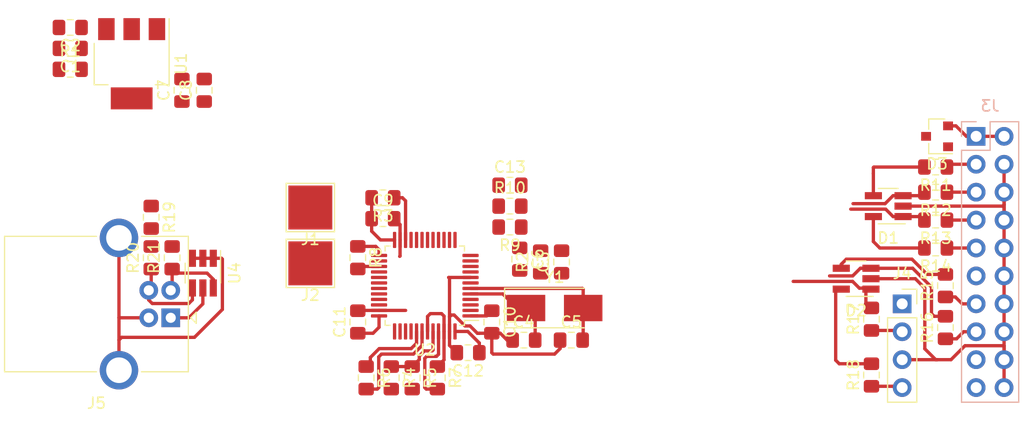
<source format=kicad_pcb>
(kicad_pcb (version 20171130) (host pcbnew 5.1.6-c6e7f7d~87~ubuntu18.04.1)

  (general
    (thickness 1.6)
    (drawings 0)
    (tracks 198)
    (zones 0)
    (modules 46)
    (nets 59)
  )

  (page A4)
  (layers
    (0 F.Cu signal)
    (31 B.Cu signal)
    (32 B.Adhes user)
    (33 F.Adhes user)
    (34 B.Paste user)
    (35 F.Paste user)
    (36 B.SilkS user)
    (37 F.SilkS user)
    (38 B.Mask user)
    (39 F.Mask user)
    (40 Dwgs.User user)
    (41 Cmts.User user)
    (42 Eco1.User user)
    (43 Eco2.User user)
    (44 Edge.Cuts user)
    (45 Margin user)
    (46 B.CrtYd user)
    (47 F.CrtYd user)
    (48 B.Fab user)
    (49 F.Fab user)
  )

  (setup
    (last_trace_width 0.25)
    (user_trace_width 0.3)
    (trace_clearance 0.2)
    (zone_clearance 0.508)
    (zone_45_only no)
    (trace_min 0.2)
    (via_size 0.8)
    (via_drill 0.4)
    (via_min_size 0.4)
    (via_min_drill 0.3)
    (uvia_size 0.3)
    (uvia_drill 0.1)
    (uvias_allowed no)
    (uvia_min_size 0.2)
    (uvia_min_drill 0.1)
    (edge_width 0.05)
    (segment_width 0.2)
    (pcb_text_width 0.3)
    (pcb_text_size 1.5 1.5)
    (mod_edge_width 0.12)
    (mod_text_size 1 1)
    (mod_text_width 0.15)
    (pad_size 1.524 1.524)
    (pad_drill 0.762)
    (pad_to_mask_clearance 0.05)
    (aux_axis_origin 0 0)
    (visible_elements FFFFFF7F)
    (pcbplotparams
      (layerselection 0x010fc_ffffffff)
      (usegerberextensions false)
      (usegerberattributes true)
      (usegerberadvancedattributes true)
      (creategerberjobfile true)
      (excludeedgelayer true)
      (linewidth 0.100000)
      (plotframeref false)
      (viasonmask false)
      (mode 1)
      (useauxorigin false)
      (hpglpennumber 1)
      (hpglpenspeed 20)
      (hpglpendiameter 15.000000)
      (psnegative false)
      (psa4output false)
      (plotreference true)
      (plotvalue true)
      (plotinvisibletext false)
      (padsonsilk false)
      (subtractmaskfromsilk false)
      (outputformat 1)
      (mirror false)
      (drillshape 1)
      (scaleselection 1)
      (outputdirectory ""))
  )

  (net 0 "")
  (net 1 GND)
  (net 2 "Net-(C1-Pad1)")
  (net 3 "Net-(C3-Pad1)")
  (net 4 "Net-(C4-Pad2)")
  (net 5 "Net-(C5-Pad2)")
  (net 6 +3V3)
  (net 7 "Net-(C13-Pad1)")
  (net 8 "Net-(D1-Pad5)")
  (net 9 "Net-(D1-Pad4)")
  (net 10 "Net-(D1-Pad3)")
  (net 11 "Net-(D1-Pad1)")
  (net 12 "Net-(D2-Pad5)")
  (net 13 "Net-(D2-Pad4)")
  (net 14 "Net-(D2-Pad3)")
  (net 15 "Net-(D2-Pad1)")
  (net 16 "Net-(J1-Pad1)")
  (net 17 "Net-(J2-Pad1)")
  (net 18 "Net-(J3-Pad17)")
  (net 19 "Net-(J3-Pad15)")
  (net 20 "Net-(J3-Pad13)")
  (net 21 "Net-(J3-Pad11)")
  (net 22 "Net-(J3-Pad9)")
  (net 23 "Net-(J3-Pad7)")
  (net 24 "Net-(J3-Pad5)")
  (net 25 "Net-(J3-Pad3)")
  (net 26 "Net-(J4-Pad4)")
  (net 27 "Net-(J4-Pad2)")
  (net 28 "Net-(J5-Pad3)")
  (net 29 "Net-(J5-Pad2)")
  (net 30 VBUS)
  (net 31 "Net-(R4-Pad1)")
  (net 32 "Net-(R6-Pad1)")
  (net 33 "Net-(R7-Pad1)")
  (net 34 /TCK_SWCLK)
  (net 35 "Net-(R8-Pad1)")
  (net 36 /USBDP)
  (net 37 /USBDM)
  (net 38 "Net-(U2-Pad40)")
  (net 39 "Net-(U2-Pad39)")
  (net 40 "Net-(U2-Pad38)")
  (net 41 "Net-(U2-Pad37)")
  (net 42 "Net-(U2-Pad34)")
  (net 43 "Net-(U2-Pad29)")
  (net 44 "Net-(U2-Pad28)")
  (net 45 "Net-(U2-Pad26)")
  (net 46 /TRST)
  (net 47 /NRST)
  (net 48 /TDI)
  (net 49 /TDO_SWO)
  (net 50 "Net-(U2-Pad14)")
  (net 51 "Net-(U2-Pad13)")
  (net 52 "Net-(U2-Pad12)")
  (net 53 "Net-(U2-Pad11)")
  (net 54 "Net-(U2-Pad4)")
  (net 55 "Net-(U2-Pad3)")
  (net 56 "Net-(U2-Pad2)")
  (net 57 /SWIMM_RST)
  (net 58 /SWIM_DATA)

  (net_class Default "This is the default net class."
    (clearance 0.2)
    (trace_width 0.25)
    (via_dia 0.8)
    (via_drill 0.4)
    (uvia_dia 0.3)
    (uvia_drill 0.1)
    (add_net +3V3)
    (add_net /NRST)
    (add_net /SWIMM_RST)
    (add_net /SWIM_DATA)
    (add_net /TCK_SWCLK)
    (add_net /TDI)
    (add_net /TDO_SWO)
    (add_net /TRST)
    (add_net /USBDM)
    (add_net /USBDP)
    (add_net GND)
    (add_net "Net-(C1-Pad1)")
    (add_net "Net-(C13-Pad1)")
    (add_net "Net-(C3-Pad1)")
    (add_net "Net-(C4-Pad2)")
    (add_net "Net-(C5-Pad2)")
    (add_net "Net-(D1-Pad1)")
    (add_net "Net-(D1-Pad3)")
    (add_net "Net-(D1-Pad4)")
    (add_net "Net-(D1-Pad5)")
    (add_net "Net-(D2-Pad1)")
    (add_net "Net-(D2-Pad3)")
    (add_net "Net-(D2-Pad4)")
    (add_net "Net-(D2-Pad5)")
    (add_net "Net-(J1-Pad1)")
    (add_net "Net-(J2-Pad1)")
    (add_net "Net-(J3-Pad11)")
    (add_net "Net-(J3-Pad13)")
    (add_net "Net-(J3-Pad15)")
    (add_net "Net-(J3-Pad17)")
    (add_net "Net-(J3-Pad3)")
    (add_net "Net-(J3-Pad5)")
    (add_net "Net-(J3-Pad7)")
    (add_net "Net-(J3-Pad9)")
    (add_net "Net-(J4-Pad2)")
    (add_net "Net-(J4-Pad4)")
    (add_net "Net-(J5-Pad2)")
    (add_net "Net-(J5-Pad3)")
    (add_net "Net-(R4-Pad1)")
    (add_net "Net-(R6-Pad1)")
    (add_net "Net-(R7-Pad1)")
    (add_net "Net-(R8-Pad1)")
    (add_net "Net-(U2-Pad11)")
    (add_net "Net-(U2-Pad12)")
    (add_net "Net-(U2-Pad13)")
    (add_net "Net-(U2-Pad14)")
    (add_net "Net-(U2-Pad2)")
    (add_net "Net-(U2-Pad26)")
    (add_net "Net-(U2-Pad28)")
    (add_net "Net-(U2-Pad29)")
    (add_net "Net-(U2-Pad3)")
    (add_net "Net-(U2-Pad34)")
    (add_net "Net-(U2-Pad37)")
    (add_net "Net-(U2-Pad38)")
    (add_net "Net-(U2-Pad39)")
    (add_net "Net-(U2-Pad4)")
    (add_net "Net-(U2-Pad40)")
    (add_net VBUS)
  )

  (module Diode_SMD:D_SOT-23_NKA (layer F.Cu) (tedit 587CCEF9) (tstamp 5F1C1E80)
    (at 152.654 37.338 180)
    (descr "SOT-23, Single Diode")
    (tags SOT-23)
    (path /5F1CE315)
    (attr smd)
    (fp_text reference D3 (at 0 -2.5) (layer F.SilkS)
      (effects (font (size 1 1) (thickness 0.15)))
    )
    (fp_text value D_Zener (at 0 2.5) (layer F.Fab)
      (effects (font (size 1 1) (thickness 0.15)))
    )
    (fp_line (start 0.76 1.58) (end -0.7 1.58) (layer F.SilkS) (width 0.12))
    (fp_line (start -0.7 -1.52) (end -0.7 1.52) (layer F.Fab) (width 0.1))
    (fp_line (start -0.7 -1.52) (end 0.7 -1.52) (layer F.Fab) (width 0.1))
    (fp_line (start 0.76 -1.58) (end -1.4 -1.58) (layer F.SilkS) (width 0.12))
    (fp_line (start -1.7 1.75) (end -1.7 -1.75) (layer F.CrtYd) (width 0.05))
    (fp_line (start 1.7 1.75) (end -1.7 1.75) (layer F.CrtYd) (width 0.05))
    (fp_line (start 1.7 -1.75) (end 1.7 1.75) (layer F.CrtYd) (width 0.05))
    (fp_line (start -1.7 -1.75) (end 1.7 -1.75) (layer F.CrtYd) (width 0.05))
    (fp_line (start -0.7 1.52) (end 0.7 1.52) (layer F.Fab) (width 0.1))
    (fp_line (start 0.7 -1.52) (end 0.7 1.52) (layer F.Fab) (width 0.1))
    (fp_line (start 0.76 -1.58) (end 0.76 -0.65) (layer F.SilkS) (width 0.12))
    (fp_line (start 0.76 1.58) (end 0.76 0.65) (layer F.SilkS) (width 0.12))
    (fp_line (start -0.15 0.65) (end -0.15 0.25) (layer F.Fab) (width 0.1))
    (fp_line (start -0.15 0.45) (end -0.4 0.45) (layer F.Fab) (width 0.1))
    (fp_line (start -0.15 0.45) (end 0.15 0.65) (layer F.Fab) (width 0.1))
    (fp_line (start 0.15 0.65) (end 0.15 0.25) (layer F.Fab) (width 0.1))
    (fp_line (start 0.15 0.25) (end -0.15 0.45) (layer F.Fab) (width 0.1))
    (fp_line (start 0.15 0.45) (end 0.4 0.45) (layer F.Fab) (width 0.1))
    (fp_text user %R (at 0 -2.5) (layer F.Fab)
      (effects (font (size 1 1) (thickness 0.15)))
    )
    (pad 2 smd rect (at 1 0 180) (size 0.9 0.8) (layers F.Cu F.Paste F.Mask)
      (net 1 GND))
    (pad 1 smd rect (at -1 0.95 180) (size 0.9 0.8) (layers F.Cu F.Paste F.Mask)
      (net 6 +3V3))
    (pad "" smd rect (at -1 -0.95 180) (size 0.9 0.8) (layers F.Cu F.Paste F.Mask))
    (model ${KISYS3DMOD}/Diode_SMD.3dshapes/D_SOT-23.wrl
      (at (xyz 0 0 0))
      (scale (xyz 1 1 1))
      (rotate (xyz 0 0 0))
    )
  )

  (module Crystal:Crystal_SMD_5032-2Pin_5.0x3.2mm_HandSoldering (layer F.Cu) (tedit 5A0FD1B2) (tstamp 5F1C6FFF)
    (at 117.856 52.959)
    (descr "SMD Crystal SERIES SMD2520/2 http://www.icbase.com/File/PDF/HKC/HKC00061008.pdf, hand-soldering, 5.0x3.2mm^2 package")
    (tags "SMD SMT crystal hand-soldering")
    (path /5F20C4A1)
    (attr smd)
    (fp_text reference Y1 (at 0 -2.8) (layer F.SilkS)
      (effects (font (size 1 1) (thickness 0.15)))
    )
    (fp_text value 8M (at 0 2.8) (layer F.Fab)
      (effects (font (size 1 1) (thickness 0.15)))
    )
    (fp_line (start -2.3 -1.6) (end 2.3 -1.6) (layer F.Fab) (width 0.1))
    (fp_line (start 2.3 -1.6) (end 2.5 -1.4) (layer F.Fab) (width 0.1))
    (fp_line (start 2.5 -1.4) (end 2.5 1.4) (layer F.Fab) (width 0.1))
    (fp_line (start 2.5 1.4) (end 2.3 1.6) (layer F.Fab) (width 0.1))
    (fp_line (start 2.3 1.6) (end -2.3 1.6) (layer F.Fab) (width 0.1))
    (fp_line (start -2.3 1.6) (end -2.5 1.4) (layer F.Fab) (width 0.1))
    (fp_line (start -2.5 1.4) (end -2.5 -1.4) (layer F.Fab) (width 0.1))
    (fp_line (start -2.5 -1.4) (end -2.3 -1.6) (layer F.Fab) (width 0.1))
    (fp_line (start -2.5 0.6) (end -1.5 1.6) (layer F.Fab) (width 0.1))
    (fp_line (start 2.7 -1.8) (end -4.55 -1.8) (layer F.SilkS) (width 0.12))
    (fp_line (start -4.55 -1.8) (end -4.55 1.8) (layer F.SilkS) (width 0.12))
    (fp_line (start -4.55 1.8) (end 2.7 1.8) (layer F.SilkS) (width 0.12))
    (fp_line (start -4.6 -1.9) (end -4.6 1.9) (layer F.CrtYd) (width 0.05))
    (fp_line (start -4.6 1.9) (end 4.6 1.9) (layer F.CrtYd) (width 0.05))
    (fp_line (start 4.6 1.9) (end 4.6 -1.9) (layer F.CrtYd) (width 0.05))
    (fp_line (start 4.6 -1.9) (end -4.6 -1.9) (layer F.CrtYd) (width 0.05))
    (fp_circle (center 0 0) (end 0.4 0) (layer F.Adhes) (width 0.1))
    (fp_circle (center 0 0) (end 0.333333 0) (layer F.Adhes) (width 0.133333))
    (fp_circle (center 0 0) (end 0.213333 0) (layer F.Adhes) (width 0.133333))
    (fp_circle (center 0 0) (end 0.093333 0) (layer F.Adhes) (width 0.186667))
    (fp_text user %R (at 0 0) (layer F.Fab)
      (effects (font (size 1 1) (thickness 0.15)))
    )
    (pad 2 smd rect (at 2.6 0) (size 3.5 2.4) (layers F.Cu F.Paste F.Mask)
      (net 5 "Net-(C5-Pad2)"))
    (pad 1 smd rect (at -2.6 0) (size 3.5 2.4) (layers F.Cu F.Paste F.Mask)
      (net 4 "Net-(C4-Pad2)"))
    (model ${KISYS3DMOD}/Crystal.3dshapes/Crystal_SMD_5032-2Pin_5.0x3.2mm_HandSoldering.wrl
      (at (xyz 0 0 0))
      (scale (xyz 1 1 1))
      (rotate (xyz 0 0 0))
    )
  )

  (module Package_TO_SOT_SMD:SOT-23-6_Handsoldering (layer F.Cu) (tedit 5A02FF57) (tstamp 5F1C88A2)
    (at 85.852 49.784 270)
    (descr "6-pin SOT-23 package, Handsoldering")
    (tags "SOT-23-6 Handsoldering")
    (path /5F4424A6)
    (attr smd)
    (fp_text reference U4 (at 0 -2.9 90) (layer F.SilkS)
      (effects (font (size 1 1) (thickness 0.15)))
    )
    (fp_text value USBLC6-4SC6 (at 0 2.9 90) (layer F.Fab)
      (effects (font (size 1 1) (thickness 0.15)))
    )
    (fp_line (start -0.9 1.61) (end 0.9 1.61) (layer F.SilkS) (width 0.12))
    (fp_line (start 0.9 -1.61) (end -2.05 -1.61) (layer F.SilkS) (width 0.12))
    (fp_line (start -2.4 1.8) (end -2.4 -1.8) (layer F.CrtYd) (width 0.05))
    (fp_line (start 2.4 1.8) (end -2.4 1.8) (layer F.CrtYd) (width 0.05))
    (fp_line (start 2.4 -1.8) (end 2.4 1.8) (layer F.CrtYd) (width 0.05))
    (fp_line (start -2.4 -1.8) (end 2.4 -1.8) (layer F.CrtYd) (width 0.05))
    (fp_line (start -0.9 -0.9) (end -0.25 -1.55) (layer F.Fab) (width 0.1))
    (fp_line (start 0.9 -1.55) (end -0.25 -1.55) (layer F.Fab) (width 0.1))
    (fp_line (start -0.9 -0.9) (end -0.9 1.55) (layer F.Fab) (width 0.1))
    (fp_line (start 0.9 1.55) (end -0.9 1.55) (layer F.Fab) (width 0.1))
    (fp_line (start 0.9 -1.55) (end 0.9 1.55) (layer F.Fab) (width 0.1))
    (fp_text user %R (at 0 0) (layer F.Fab)
      (effects (font (size 0.5 0.5) (thickness 0.075)))
    )
    (pad 5 smd rect (at 1.35 0 270) (size 1.56 0.65) (layers F.Cu F.Paste F.Mask)
      (net 30 VBUS))
    (pad 6 smd rect (at 1.35 -0.95 270) (size 1.56 0.65) (layers F.Cu F.Paste F.Mask)
      (net 29 "Net-(J5-Pad2)"))
    (pad 4 smd rect (at 1.35 0.95 270) (size 1.56 0.65) (layers F.Cu F.Paste F.Mask)
      (net 28 "Net-(J5-Pad3)"))
    (pad 3 smd rect (at -1.35 0.95 270) (size 1.56 0.65) (layers F.Cu F.Paste F.Mask)
      (net 1 GND))
    (pad 2 smd rect (at -1.35 0 270) (size 1.56 0.65) (layers F.Cu F.Paste F.Mask)
      (net 1 GND))
    (pad 1 smd rect (at -1.35 -0.95 270) (size 1.56 0.65) (layers F.Cu F.Paste F.Mask)
      (net 1 GND))
    (model ${KISYS3DMOD}/Package_TO_SOT_SMD.3dshapes/SOT-23-6.wrl
      (at (xyz 0 0 0))
      (scale (xyz 1 1 1))
      (rotate (xyz 0 0 0))
    )
  )

  (module Package_QFP:LQFP-48_7x7mm_P0.5mm (layer F.Cu) (tedit 5D9F72AF) (tstamp 5F1C714D)
    (at 106.045 50.927 180)
    (descr "LQFP, 48 Pin (https://www.analog.com/media/en/technical-documentation/data-sheets/ltc2358-16.pdf), generated with kicad-footprint-generator ipc_gullwing_generator.py")
    (tags "LQFP QFP")
    (path /5F1AF869)
    (attr smd)
    (fp_text reference U2 (at 0 -5.85) (layer F.SilkS)
      (effects (font (size 1 1) (thickness 0.15)))
    )
    (fp_text value STM32F103C8Tx (at 0 5.85) (layer F.Fab)
      (effects (font (size 1 1) (thickness 0.15)))
    )
    (fp_line (start 3.16 3.61) (end 3.61 3.61) (layer F.SilkS) (width 0.12))
    (fp_line (start 3.61 3.61) (end 3.61 3.16) (layer F.SilkS) (width 0.12))
    (fp_line (start -3.16 3.61) (end -3.61 3.61) (layer F.SilkS) (width 0.12))
    (fp_line (start -3.61 3.61) (end -3.61 3.16) (layer F.SilkS) (width 0.12))
    (fp_line (start 3.16 -3.61) (end 3.61 -3.61) (layer F.SilkS) (width 0.12))
    (fp_line (start 3.61 -3.61) (end 3.61 -3.16) (layer F.SilkS) (width 0.12))
    (fp_line (start -3.16 -3.61) (end -3.61 -3.61) (layer F.SilkS) (width 0.12))
    (fp_line (start -3.61 -3.61) (end -3.61 -3.16) (layer F.SilkS) (width 0.12))
    (fp_line (start -3.61 -3.16) (end -4.9 -3.16) (layer F.SilkS) (width 0.12))
    (fp_line (start -2.5 -3.5) (end 3.5 -3.5) (layer F.Fab) (width 0.1))
    (fp_line (start 3.5 -3.5) (end 3.5 3.5) (layer F.Fab) (width 0.1))
    (fp_line (start 3.5 3.5) (end -3.5 3.5) (layer F.Fab) (width 0.1))
    (fp_line (start -3.5 3.5) (end -3.5 -2.5) (layer F.Fab) (width 0.1))
    (fp_line (start -3.5 -2.5) (end -2.5 -3.5) (layer F.Fab) (width 0.1))
    (fp_line (start 0 -5.15) (end -3.15 -5.15) (layer F.CrtYd) (width 0.05))
    (fp_line (start -3.15 -5.15) (end -3.15 -3.75) (layer F.CrtYd) (width 0.05))
    (fp_line (start -3.15 -3.75) (end -3.75 -3.75) (layer F.CrtYd) (width 0.05))
    (fp_line (start -3.75 -3.75) (end -3.75 -3.15) (layer F.CrtYd) (width 0.05))
    (fp_line (start -3.75 -3.15) (end -5.15 -3.15) (layer F.CrtYd) (width 0.05))
    (fp_line (start -5.15 -3.15) (end -5.15 0) (layer F.CrtYd) (width 0.05))
    (fp_line (start 0 -5.15) (end 3.15 -5.15) (layer F.CrtYd) (width 0.05))
    (fp_line (start 3.15 -5.15) (end 3.15 -3.75) (layer F.CrtYd) (width 0.05))
    (fp_line (start 3.15 -3.75) (end 3.75 -3.75) (layer F.CrtYd) (width 0.05))
    (fp_line (start 3.75 -3.75) (end 3.75 -3.15) (layer F.CrtYd) (width 0.05))
    (fp_line (start 3.75 -3.15) (end 5.15 -3.15) (layer F.CrtYd) (width 0.05))
    (fp_line (start 5.15 -3.15) (end 5.15 0) (layer F.CrtYd) (width 0.05))
    (fp_line (start 0 5.15) (end -3.15 5.15) (layer F.CrtYd) (width 0.05))
    (fp_line (start -3.15 5.15) (end -3.15 3.75) (layer F.CrtYd) (width 0.05))
    (fp_line (start -3.15 3.75) (end -3.75 3.75) (layer F.CrtYd) (width 0.05))
    (fp_line (start -3.75 3.75) (end -3.75 3.15) (layer F.CrtYd) (width 0.05))
    (fp_line (start -3.75 3.15) (end -5.15 3.15) (layer F.CrtYd) (width 0.05))
    (fp_line (start -5.15 3.15) (end -5.15 0) (layer F.CrtYd) (width 0.05))
    (fp_line (start 0 5.15) (end 3.15 5.15) (layer F.CrtYd) (width 0.05))
    (fp_line (start 3.15 5.15) (end 3.15 3.75) (layer F.CrtYd) (width 0.05))
    (fp_line (start 3.15 3.75) (end 3.75 3.75) (layer F.CrtYd) (width 0.05))
    (fp_line (start 3.75 3.75) (end 3.75 3.15) (layer F.CrtYd) (width 0.05))
    (fp_line (start 3.75 3.15) (end 5.15 3.15) (layer F.CrtYd) (width 0.05))
    (fp_line (start 5.15 3.15) (end 5.15 0) (layer F.CrtYd) (width 0.05))
    (fp_text user %R (at 0 0) (layer F.Fab)
      (effects (font (size 1 1) (thickness 0.15)))
    )
    (pad 48 smd roundrect (at -2.75 -4.1625 180) (size 0.3 1.475) (layers F.Cu F.Paste F.Mask) (roundrect_rratio 0.25)
      (net 6 +3V3))
    (pad 47 smd roundrect (at -2.25 -4.1625 180) (size 0.3 1.475) (layers F.Cu F.Paste F.Mask) (roundrect_rratio 0.25)
      (net 1 GND))
    (pad 46 smd roundrect (at -1.75 -4.1625 180) (size 0.3 1.475) (layers F.Cu F.Paste F.Mask) (roundrect_rratio 0.25)
      (net 33 "Net-(R7-Pad1)"))
    (pad 45 smd roundrect (at -1.25 -4.1625 180) (size 0.3 1.475) (layers F.Cu F.Paste F.Mask) (roundrect_rratio 0.25)
      (net 58 /SWIM_DATA))
    (pad 44 smd roundrect (at -0.75 -4.1625 180) (size 0.3 1.475) (layers F.Cu F.Paste F.Mask) (roundrect_rratio 0.25)
      (net 31 "Net-(R4-Pad1)"))
    (pad 43 smd roundrect (at -0.25 -4.1625 180) (size 0.3 1.475) (layers F.Cu F.Paste F.Mask) (roundrect_rratio 0.25)
      (net 33 "Net-(R7-Pad1)"))
    (pad 42 smd roundrect (at 0.25 -4.1625 180) (size 0.3 1.475) (layers F.Cu F.Paste F.Mask) (roundrect_rratio 0.25)
      (net 57 /SWIMM_RST))
    (pad 41 smd roundrect (at 0.75 -4.1625 180) (size 0.3 1.475) (layers F.Cu F.Paste F.Mask) (roundrect_rratio 0.25)
      (net 32 "Net-(R6-Pad1)"))
    (pad 40 smd roundrect (at 1.25 -4.1625 180) (size 0.3 1.475) (layers F.Cu F.Paste F.Mask) (roundrect_rratio 0.25)
      (net 38 "Net-(U2-Pad40)"))
    (pad 39 smd roundrect (at 1.75 -4.1625 180) (size 0.3 1.475) (layers F.Cu F.Paste F.Mask) (roundrect_rratio 0.25)
      (net 39 "Net-(U2-Pad39)"))
    (pad 38 smd roundrect (at 2.25 -4.1625 180) (size 0.3 1.475) (layers F.Cu F.Paste F.Mask) (roundrect_rratio 0.25)
      (net 40 "Net-(U2-Pad38)"))
    (pad 37 smd roundrect (at 2.75 -4.1625 180) (size 0.3 1.475) (layers F.Cu F.Paste F.Mask) (roundrect_rratio 0.25)
      (net 41 "Net-(U2-Pad37)"))
    (pad 36 smd roundrect (at 4.1625 -2.75 180) (size 1.475 0.3) (layers F.Cu F.Paste F.Mask) (roundrect_rratio 0.25)
      (net 6 +3V3))
    (pad 35 smd roundrect (at 4.1625 -2.25 180) (size 1.475 0.3) (layers F.Cu F.Paste F.Mask) (roundrect_rratio 0.25)
      (net 1 GND))
    (pad 34 smd roundrect (at 4.1625 -1.75 180) (size 1.475 0.3) (layers F.Cu F.Paste F.Mask) (roundrect_rratio 0.25)
      (net 42 "Net-(U2-Pad34)"))
    (pad 33 smd roundrect (at 4.1625 -1.25 180) (size 1.475 0.3) (layers F.Cu F.Paste F.Mask) (roundrect_rratio 0.25)
      (net 36 /USBDP))
    (pad 32 smd roundrect (at 4.1625 -0.75 180) (size 1.475 0.3) (layers F.Cu F.Paste F.Mask) (roundrect_rratio 0.25)
      (net 37 /USBDM))
    (pad 31 smd roundrect (at 4.1625 -0.25 180) (size 1.475 0.3) (layers F.Cu F.Paste F.Mask) (roundrect_rratio 0.25)
      (net 17 "Net-(J2-Pad1)"))
    (pad 30 smd roundrect (at 4.1625 0.25 180) (size 1.475 0.3) (layers F.Cu F.Paste F.Mask) (roundrect_rratio 0.25)
      (net 16 "Net-(J1-Pad1)"))
    (pad 29 smd roundrect (at 4.1625 0.75 180) (size 1.475 0.3) (layers F.Cu F.Paste F.Mask) (roundrect_rratio 0.25)
      (net 43 "Net-(U2-Pad29)"))
    (pad 28 smd roundrect (at 4.1625 1.25 180) (size 1.475 0.3) (layers F.Cu F.Paste F.Mask) (roundrect_rratio 0.25)
      (net 44 "Net-(U2-Pad28)"))
    (pad 27 smd roundrect (at 4.1625 1.75 180) (size 1.475 0.3) (layers F.Cu F.Paste F.Mask) (roundrect_rratio 0.25)
      (net 34 /TCK_SWCLK))
    (pad 26 smd roundrect (at 4.1625 2.25 180) (size 1.475 0.3) (layers F.Cu F.Paste F.Mask) (roundrect_rratio 0.25)
      (net 45 "Net-(U2-Pad26)"))
    (pad 25 smd roundrect (at 4.1625 2.75 180) (size 1.475 0.3) (layers F.Cu F.Paste F.Mask) (roundrect_rratio 0.25)
      (net 35 "Net-(R8-Pad1)"))
    (pad 24 smd roundrect (at 2.75 4.1625 180) (size 0.3 1.475) (layers F.Cu F.Paste F.Mask) (roundrect_rratio 0.25)
      (net 6 +3V3))
    (pad 23 smd roundrect (at 2.25 4.1625 180) (size 0.3 1.475) (layers F.Cu F.Paste F.Mask) (roundrect_rratio 0.25)
      (net 1 GND))
    (pad 22 smd roundrect (at 1.75 4.1625 180) (size 0.3 1.475) (layers F.Cu F.Paste F.Mask) (roundrect_rratio 0.25)
      (net 58 /SWIM_DATA))
    (pad 21 smd roundrect (at 1.25 4.1625 180) (size 0.3 1.475) (layers F.Cu F.Paste F.Mask) (roundrect_rratio 0.25)
      (net 33 "Net-(R7-Pad1)"))
    (pad 20 smd roundrect (at 0.75 4.1625 180) (size 0.3 1.475) (layers F.Cu F.Paste F.Mask) (roundrect_rratio 0.25)
      (net 1 GND))
    (pad 19 smd roundrect (at 0.25 4.1625 180) (size 0.3 1.475) (layers F.Cu F.Paste F.Mask) (roundrect_rratio 0.25)
      (net 46 /TRST))
    (pad 18 smd roundrect (at -0.25 4.1625 180) (size 0.3 1.475) (layers F.Cu F.Paste F.Mask) (roundrect_rratio 0.25)
      (net 47 /NRST))
    (pad 17 smd roundrect (at -0.75 4.1625 180) (size 0.3 1.475) (layers F.Cu F.Paste F.Mask) (roundrect_rratio 0.25)
      (net 48 /TDI))
    (pad 16 smd roundrect (at -1.25 4.1625 180) (size 0.3 1.475) (layers F.Cu F.Paste F.Mask) (roundrect_rratio 0.25)
      (net 49 /TDO_SWO))
    (pad 15 smd roundrect (at -1.75 4.1625 180) (size 0.3 1.475) (layers F.Cu F.Paste F.Mask) (roundrect_rratio 0.25)
      (net 34 /TCK_SWCLK))
    (pad 14 smd roundrect (at -2.25 4.1625 180) (size 0.3 1.475) (layers F.Cu F.Paste F.Mask) (roundrect_rratio 0.25)
      (net 50 "Net-(U2-Pad14)"))
    (pad 13 smd roundrect (at -2.75 4.1625 180) (size 0.3 1.475) (layers F.Cu F.Paste F.Mask) (roundrect_rratio 0.25)
      (net 51 "Net-(U2-Pad13)"))
    (pad 12 smd roundrect (at -4.1625 2.75 180) (size 1.475 0.3) (layers F.Cu F.Paste F.Mask) (roundrect_rratio 0.25)
      (net 52 "Net-(U2-Pad12)"))
    (pad 11 smd roundrect (at -4.1625 2.25 180) (size 1.475 0.3) (layers F.Cu F.Paste F.Mask) (roundrect_rratio 0.25)
      (net 53 "Net-(U2-Pad11)"))
    (pad 10 smd roundrect (at -4.1625 1.75 180) (size 1.475 0.3) (layers F.Cu F.Paste F.Mask) (roundrect_rratio 0.25)
      (net 7 "Net-(C13-Pad1)"))
    (pad 9 smd roundrect (at -4.1625 1.25 180) (size 1.475 0.3) (layers F.Cu F.Paste F.Mask) (roundrect_rratio 0.25)
      (net 6 +3V3))
    (pad 8 smd roundrect (at -4.1625 0.75 180) (size 1.475 0.3) (layers F.Cu F.Paste F.Mask) (roundrect_rratio 0.25)
      (net 1 GND))
    (pad 7 smd roundrect (at -4.1625 0.25 180) (size 1.475 0.3) (layers F.Cu F.Paste F.Mask) (roundrect_rratio 0.25)
      (net 3 "Net-(C3-Pad1)"))
    (pad 6 smd roundrect (at -4.1625 -0.25 180) (size 1.475 0.3) (layers F.Cu F.Paste F.Mask) (roundrect_rratio 0.25)
      (net 5 "Net-(C5-Pad2)"))
    (pad 5 smd roundrect (at -4.1625 -0.75 180) (size 1.475 0.3) (layers F.Cu F.Paste F.Mask) (roundrect_rratio 0.25)
      (net 4 "Net-(C4-Pad2)"))
    (pad 4 smd roundrect (at -4.1625 -1.25 180) (size 1.475 0.3) (layers F.Cu F.Paste F.Mask) (roundrect_rratio 0.25)
      (net 54 "Net-(U2-Pad4)"))
    (pad 3 smd roundrect (at -4.1625 -1.75 180) (size 1.475 0.3) (layers F.Cu F.Paste F.Mask) (roundrect_rratio 0.25)
      (net 55 "Net-(U2-Pad3)"))
    (pad 2 smd roundrect (at -4.1625 -2.25 180) (size 1.475 0.3) (layers F.Cu F.Paste F.Mask) (roundrect_rratio 0.25)
      (net 56 "Net-(U2-Pad2)"))
    (pad 1 smd roundrect (at -4.1625 -2.75 180) (size 1.475 0.3) (layers F.Cu F.Paste F.Mask) (roundrect_rratio 0.25)
      (net 6 +3V3))
    (model ${KISYS3DMOD}/Package_QFP.3dshapes/LQFP-48_7x7mm_P0.5mm.wrl
      (at (xyz 0 0 0))
      (scale (xyz 1 1 1))
      (rotate (xyz 0 0 0))
    )
  )

  (module Package_TO_SOT_SMD:SOT-223-3_TabPin2 (layer F.Cu) (tedit 5A02FF57) (tstamp 5F1C8806)
    (at 79.375 30.734 270)
    (descr "module CMS SOT223 4 pins")
    (tags "CMS SOT")
    (path /5F31D2EC)
    (attr smd)
    (fp_text reference U1 (at 0 -4.5 90) (layer F.SilkS)
      (effects (font (size 1 1) (thickness 0.15)))
    )
    (fp_text value AZ1117-3.3 (at 0 4.5 90) (layer F.Fab)
      (effects (font (size 1 1) (thickness 0.15)))
    )
    (fp_line (start 1.91 3.41) (end 1.91 2.15) (layer F.SilkS) (width 0.12))
    (fp_line (start 1.91 -3.41) (end 1.91 -2.15) (layer F.SilkS) (width 0.12))
    (fp_line (start 4.4 -3.6) (end -4.4 -3.6) (layer F.CrtYd) (width 0.05))
    (fp_line (start 4.4 3.6) (end 4.4 -3.6) (layer F.CrtYd) (width 0.05))
    (fp_line (start -4.4 3.6) (end 4.4 3.6) (layer F.CrtYd) (width 0.05))
    (fp_line (start -4.4 -3.6) (end -4.4 3.6) (layer F.CrtYd) (width 0.05))
    (fp_line (start -1.85 -2.35) (end -0.85 -3.35) (layer F.Fab) (width 0.1))
    (fp_line (start -1.85 -2.35) (end -1.85 3.35) (layer F.Fab) (width 0.1))
    (fp_line (start -1.85 3.41) (end 1.91 3.41) (layer F.SilkS) (width 0.12))
    (fp_line (start -0.85 -3.35) (end 1.85 -3.35) (layer F.Fab) (width 0.1))
    (fp_line (start -4.1 -3.41) (end 1.91 -3.41) (layer F.SilkS) (width 0.12))
    (fp_line (start -1.85 3.35) (end 1.85 3.35) (layer F.Fab) (width 0.1))
    (fp_line (start 1.85 -3.35) (end 1.85 3.35) (layer F.Fab) (width 0.1))
    (fp_text user %R (at 0 0) (layer F.Fab)
      (effects (font (size 0.8 0.8) (thickness 0.12)))
    )
    (pad 1 smd rect (at -3.15 -2.3 270) (size 2 1.5) (layers F.Cu F.Paste F.Mask)
      (net 1 GND))
    (pad 3 smd rect (at -3.15 2.3 270) (size 2 1.5) (layers F.Cu F.Paste F.Mask)
      (net 2 "Net-(C1-Pad1)"))
    (pad 2 smd rect (at -3.15 0 270) (size 2 1.5) (layers F.Cu F.Paste F.Mask)
      (net 6 +3V3))
    (pad 2 smd rect (at 3.15 0 270) (size 2 3.8) (layers F.Cu F.Paste F.Mask)
      (net 6 +3V3))
    (model ${KISYS3DMOD}/Package_TO_SOT_SMD.3dshapes/SOT-223.wrl
      (at (xyz 0 0 0))
      (scale (xyz 1 1 1))
      (rotate (xyz 0 0 0))
    )
  )

  (module Resistor_SMD:R_0805_2012Metric_Pad1.15x1.40mm_HandSolder (layer F.Cu) (tedit 5B36C52B) (tstamp 5F1C87F0)
    (at 83.058 48.387 90)
    (descr "Resistor SMD 0805 (2012 Metric), square (rectangular) end terminal, IPC_7351 nominal with elongated pad for handsoldering. (Body size source: https://docs.google.com/spreadsheets/d/1BsfQQcO9C6DZCsRaXUlFlo91Tg2WpOkGARC1WS5S8t0/edit?usp=sharing), generated with kicad-footprint-generator")
    (tags "resistor handsolder")
    (path /5F3F0F0F)
    (attr smd)
    (fp_text reference R21 (at 0 -1.65 90) (layer F.SilkS)
      (effects (font (size 1 1) (thickness 0.15)))
    )
    (fp_text value 75 (at 0 1.65 90) (layer F.Fab)
      (effects (font (size 1 1) (thickness 0.15)))
    )
    (fp_line (start -1 0.6) (end -1 -0.6) (layer F.Fab) (width 0.1))
    (fp_line (start -1 -0.6) (end 1 -0.6) (layer F.Fab) (width 0.1))
    (fp_line (start 1 -0.6) (end 1 0.6) (layer F.Fab) (width 0.1))
    (fp_line (start 1 0.6) (end -1 0.6) (layer F.Fab) (width 0.1))
    (fp_line (start -0.261252 -0.71) (end 0.261252 -0.71) (layer F.SilkS) (width 0.12))
    (fp_line (start -0.261252 0.71) (end 0.261252 0.71) (layer F.SilkS) (width 0.12))
    (fp_line (start -1.85 0.95) (end -1.85 -0.95) (layer F.CrtYd) (width 0.05))
    (fp_line (start -1.85 -0.95) (end 1.85 -0.95) (layer F.CrtYd) (width 0.05))
    (fp_line (start 1.85 -0.95) (end 1.85 0.95) (layer F.CrtYd) (width 0.05))
    (fp_line (start 1.85 0.95) (end -1.85 0.95) (layer F.CrtYd) (width 0.05))
    (fp_text user %R (at 0 0 90) (layer F.Fab)
      (effects (font (size 0.5 0.5) (thickness 0.08)))
    )
    (pad 2 smd roundrect (at 1.025 0 90) (size 1.15 1.4) (layers F.Cu F.Paste F.Mask) (roundrect_rratio 0.217391)
      (net 37 /USBDM))
    (pad 1 smd roundrect (at -1.025 0 90) (size 1.15 1.4) (layers F.Cu F.Paste F.Mask) (roundrect_rratio 0.217391)
      (net 29 "Net-(J5-Pad2)"))
    (model ${KISYS3DMOD}/Resistor_SMD.3dshapes/R_0805_2012Metric.wrl
      (at (xyz 0 0 0))
      (scale (xyz 1 1 1))
      (rotate (xyz 0 0 0))
    )
  )

  (module Resistor_SMD:R_0805_2012Metric_Pad1.15x1.40mm_HandSolder (layer F.Cu) (tedit 5B36C52B) (tstamp 5F1C87DF)
    (at 81.153 48.387 90)
    (descr "Resistor SMD 0805 (2012 Metric), square (rectangular) end terminal, IPC_7351 nominal with elongated pad for handsoldering. (Body size source: https://docs.google.com/spreadsheets/d/1BsfQQcO9C6DZCsRaXUlFlo91Tg2WpOkGARC1WS5S8t0/edit?usp=sharing), generated with kicad-footprint-generator")
    (tags "resistor handsolder")
    (path /5F3F0C3F)
    (attr smd)
    (fp_text reference R20 (at 0 -1.65 90) (layer F.SilkS)
      (effects (font (size 1 1) (thickness 0.15)))
    )
    (fp_text value 75 (at 0 1.65 90) (layer F.Fab)
      (effects (font (size 1 1) (thickness 0.15)))
    )
    (fp_line (start -1 0.6) (end -1 -0.6) (layer F.Fab) (width 0.1))
    (fp_line (start -1 -0.6) (end 1 -0.6) (layer F.Fab) (width 0.1))
    (fp_line (start 1 -0.6) (end 1 0.6) (layer F.Fab) (width 0.1))
    (fp_line (start 1 0.6) (end -1 0.6) (layer F.Fab) (width 0.1))
    (fp_line (start -0.261252 -0.71) (end 0.261252 -0.71) (layer F.SilkS) (width 0.12))
    (fp_line (start -0.261252 0.71) (end 0.261252 0.71) (layer F.SilkS) (width 0.12))
    (fp_line (start -1.85 0.95) (end -1.85 -0.95) (layer F.CrtYd) (width 0.05))
    (fp_line (start -1.85 -0.95) (end 1.85 -0.95) (layer F.CrtYd) (width 0.05))
    (fp_line (start 1.85 -0.95) (end 1.85 0.95) (layer F.CrtYd) (width 0.05))
    (fp_line (start 1.85 0.95) (end -1.85 0.95) (layer F.CrtYd) (width 0.05))
    (fp_text user %R (at 0 0 90) (layer F.Fab)
      (effects (font (size 0.5 0.5) (thickness 0.08)))
    )
    (pad 2 smd roundrect (at 1.025 0 90) (size 1.15 1.4) (layers F.Cu F.Paste F.Mask) (roundrect_rratio 0.217391)
      (net 36 /USBDP))
    (pad 1 smd roundrect (at -1.025 0 90) (size 1.15 1.4) (layers F.Cu F.Paste F.Mask) (roundrect_rratio 0.217391)
      (net 28 "Net-(J5-Pad3)"))
    (model ${KISYS3DMOD}/Resistor_SMD.3dshapes/R_0805_2012Metric.wrl
      (at (xyz 0 0 0))
      (scale (xyz 1 1 1))
      (rotate (xyz 0 0 0))
    )
  )

  (module Resistor_SMD:R_0805_2012Metric_Pad1.15x1.40mm_HandSolder (layer F.Cu) (tedit 5B36C52B) (tstamp 5F1C87CE)
    (at 81.153 44.704 270)
    (descr "Resistor SMD 0805 (2012 Metric), square (rectangular) end terminal, IPC_7351 nominal with elongated pad for handsoldering. (Body size source: https://docs.google.com/spreadsheets/d/1BsfQQcO9C6DZCsRaXUlFlo91Tg2WpOkGARC1WS5S8t0/edit?usp=sharing), generated with kicad-footprint-generator")
    (tags "resistor handsolder")
    (path /5F4EADC5)
    (attr smd)
    (fp_text reference R19 (at 0 -1.65 90) (layer F.SilkS)
      (effects (font (size 1 1) (thickness 0.15)))
    )
    (fp_text value 100k (at 0 1.65 90) (layer F.Fab)
      (effects (font (size 1 1) (thickness 0.15)))
    )
    (fp_line (start -1 0.6) (end -1 -0.6) (layer F.Fab) (width 0.1))
    (fp_line (start -1 -0.6) (end 1 -0.6) (layer F.Fab) (width 0.1))
    (fp_line (start 1 -0.6) (end 1 0.6) (layer F.Fab) (width 0.1))
    (fp_line (start 1 0.6) (end -1 0.6) (layer F.Fab) (width 0.1))
    (fp_line (start -0.261252 -0.71) (end 0.261252 -0.71) (layer F.SilkS) (width 0.12))
    (fp_line (start -0.261252 0.71) (end 0.261252 0.71) (layer F.SilkS) (width 0.12))
    (fp_line (start -1.85 0.95) (end -1.85 -0.95) (layer F.CrtYd) (width 0.05))
    (fp_line (start -1.85 -0.95) (end 1.85 -0.95) (layer F.CrtYd) (width 0.05))
    (fp_line (start 1.85 -0.95) (end 1.85 0.95) (layer F.CrtYd) (width 0.05))
    (fp_line (start 1.85 0.95) (end -1.85 0.95) (layer F.CrtYd) (width 0.05))
    (fp_text user %R (at 0 0 90) (layer F.Fab)
      (effects (font (size 0.5 0.5) (thickness 0.08)))
    )
    (pad 2 smd roundrect (at 1.025 0 270) (size 1.15 1.4) (layers F.Cu F.Paste F.Mask) (roundrect_rratio 0.217391)
      (net 36 /USBDP))
    (pad 1 smd roundrect (at -1.025 0 270) (size 1.15 1.4) (layers F.Cu F.Paste F.Mask) (roundrect_rratio 0.217391)
      (net 6 +3V3))
    (model ${KISYS3DMOD}/Resistor_SMD.3dshapes/R_0805_2012Metric.wrl
      (at (xyz 0 0 0))
      (scale (xyz 1 1 1))
      (rotate (xyz 0 0 0))
    )
  )

  (module Resistor_SMD:R_0805_2012Metric_Pad1.15x1.40mm_HandSolder (layer F.Cu) (tedit 5B36C52B) (tstamp 5F1C799C)
    (at 146.685 59.055 90)
    (descr "Resistor SMD 0805 (2012 Metric), square (rectangular) end terminal, IPC_7351 nominal with elongated pad for handsoldering. (Body size source: https://docs.google.com/spreadsheets/d/1BsfQQcO9C6DZCsRaXUlFlo91Tg2WpOkGARC1WS5S8t0/edit?usp=sharing), generated with kicad-footprint-generator")
    (tags "resistor handsolder")
    (path /5F48FE4F)
    (attr smd)
    (fp_text reference R18 (at 0 -1.65 90) (layer F.SilkS)
      (effects (font (size 1 1) (thickness 0.15)))
    )
    (fp_text value 75 (at 0 1.65 90) (layer F.Fab)
      (effects (font (size 1 1) (thickness 0.15)))
    )
    (fp_line (start -1 0.6) (end -1 -0.6) (layer F.Fab) (width 0.1))
    (fp_line (start -1 -0.6) (end 1 -0.6) (layer F.Fab) (width 0.1))
    (fp_line (start 1 -0.6) (end 1 0.6) (layer F.Fab) (width 0.1))
    (fp_line (start 1 0.6) (end -1 0.6) (layer F.Fab) (width 0.1))
    (fp_line (start -0.261252 -0.71) (end 0.261252 -0.71) (layer F.SilkS) (width 0.12))
    (fp_line (start -0.261252 0.71) (end 0.261252 0.71) (layer F.SilkS) (width 0.12))
    (fp_line (start -1.85 0.95) (end -1.85 -0.95) (layer F.CrtYd) (width 0.05))
    (fp_line (start -1.85 -0.95) (end 1.85 -0.95) (layer F.CrtYd) (width 0.05))
    (fp_line (start 1.85 -0.95) (end 1.85 0.95) (layer F.CrtYd) (width 0.05))
    (fp_line (start 1.85 0.95) (end -1.85 0.95) (layer F.CrtYd) (width 0.05))
    (fp_text user %R (at 0 0 90) (layer F.Fab)
      (effects (font (size 0.5 0.5) (thickness 0.08)))
    )
    (pad 2 smd roundrect (at 1.025 0 90) (size 1.15 1.4) (layers F.Cu F.Paste F.Mask) (roundrect_rratio 0.217391)
      (net 12 "Net-(D2-Pad5)"))
    (pad 1 smd roundrect (at -1.025 0 90) (size 1.15 1.4) (layers F.Cu F.Paste F.Mask) (roundrect_rratio 0.217391)
      (net 26 "Net-(J4-Pad4)"))
    (model ${KISYS3DMOD}/Resistor_SMD.3dshapes/R_0805_2012Metric.wrl
      (at (xyz 0 0 0))
      (scale (xyz 1 1 1))
      (rotate (xyz 0 0 0))
    )
  )

  (module Resistor_SMD:R_0805_2012Metric_Pad1.15x1.40mm_HandSolder (layer F.Cu) (tedit 5B36C52B) (tstamp 5F1C79CC)
    (at 146.685 53.975 90)
    (descr "Resistor SMD 0805 (2012 Metric), square (rectangular) end terminal, IPC_7351 nominal with elongated pad for handsoldering. (Body size source: https://docs.google.com/spreadsheets/d/1BsfQQcO9C6DZCsRaXUlFlo91Tg2WpOkGARC1WS5S8t0/edit?usp=sharing), generated with kicad-footprint-generator")
    (tags "resistor handsolder")
    (path /5F48E7E6)
    (attr smd)
    (fp_text reference R17 (at 0 -1.65 90) (layer F.SilkS)
      (effects (font (size 1 1) (thickness 0.15)))
    )
    (fp_text value 75 (at 0 1.65 90) (layer F.Fab)
      (effects (font (size 1 1) (thickness 0.15)))
    )
    (fp_line (start -1 0.6) (end -1 -0.6) (layer F.Fab) (width 0.1))
    (fp_line (start -1 -0.6) (end 1 -0.6) (layer F.Fab) (width 0.1))
    (fp_line (start 1 -0.6) (end 1 0.6) (layer F.Fab) (width 0.1))
    (fp_line (start 1 0.6) (end -1 0.6) (layer F.Fab) (width 0.1))
    (fp_line (start -0.261252 -0.71) (end 0.261252 -0.71) (layer F.SilkS) (width 0.12))
    (fp_line (start -0.261252 0.71) (end 0.261252 0.71) (layer F.SilkS) (width 0.12))
    (fp_line (start -1.85 0.95) (end -1.85 -0.95) (layer F.CrtYd) (width 0.05))
    (fp_line (start -1.85 -0.95) (end 1.85 -0.95) (layer F.CrtYd) (width 0.05))
    (fp_line (start 1.85 -0.95) (end 1.85 0.95) (layer F.CrtYd) (width 0.05))
    (fp_line (start 1.85 0.95) (end -1.85 0.95) (layer F.CrtYd) (width 0.05))
    (fp_text user %R (at 0 0 90) (layer F.Fab)
      (effects (font (size 0.5 0.5) (thickness 0.08)))
    )
    (pad 2 smd roundrect (at 1.025 0 90) (size 1.15 1.4) (layers F.Cu F.Paste F.Mask) (roundrect_rratio 0.217391)
      (net 15 "Net-(D2-Pad1)"))
    (pad 1 smd roundrect (at -1.025 0 90) (size 1.15 1.4) (layers F.Cu F.Paste F.Mask) (roundrect_rratio 0.217391)
      (net 27 "Net-(J4-Pad2)"))
    (model ${KISYS3DMOD}/Resistor_SMD.3dshapes/R_0805_2012Metric.wrl
      (at (xyz 0 0 0))
      (scale (xyz 1 1 1))
      (rotate (xyz 0 0 0))
    )
  )

  (module Resistor_SMD:R_0805_2012Metric_Pad1.15x1.40mm_HandSolder (layer F.Cu) (tedit 5B36C52B) (tstamp 5F1C3863)
    (at 153.416 54.737 90)
    (descr "Resistor SMD 0805 (2012 Metric), square (rectangular) end terminal, IPC_7351 nominal with elongated pad for handsoldering. (Body size source: https://docs.google.com/spreadsheets/d/1BsfQQcO9C6DZCsRaXUlFlo91Tg2WpOkGARC1WS5S8t0/edit?usp=sharing), generated with kicad-footprint-generator")
    (tags "resistor handsolder")
    (path /5F221193)
    (attr smd)
    (fp_text reference R16 (at 0 -1.65 90) (layer F.SilkS)
      (effects (font (size 1 1) (thickness 0.15)))
    )
    (fp_text value 75 (at 0 1.65 90) (layer F.Fab)
      (effects (font (size 1 1) (thickness 0.15)))
    )
    (fp_line (start -1 0.6) (end -1 -0.6) (layer F.Fab) (width 0.1))
    (fp_line (start -1 -0.6) (end 1 -0.6) (layer F.Fab) (width 0.1))
    (fp_line (start 1 -0.6) (end 1 0.6) (layer F.Fab) (width 0.1))
    (fp_line (start 1 0.6) (end -1 0.6) (layer F.Fab) (width 0.1))
    (fp_line (start -0.261252 -0.71) (end 0.261252 -0.71) (layer F.SilkS) (width 0.12))
    (fp_line (start -0.261252 0.71) (end 0.261252 0.71) (layer F.SilkS) (width 0.12))
    (fp_line (start -1.85 0.95) (end -1.85 -0.95) (layer F.CrtYd) (width 0.05))
    (fp_line (start -1.85 -0.95) (end 1.85 -0.95) (layer F.CrtYd) (width 0.05))
    (fp_line (start 1.85 -0.95) (end 1.85 0.95) (layer F.CrtYd) (width 0.05))
    (fp_line (start 1.85 0.95) (end -1.85 0.95) (layer F.CrtYd) (width 0.05))
    (fp_text user %R (at 0 0 90) (layer F.Fab)
      (effects (font (size 0.5 0.5) (thickness 0.08)))
    )
    (pad 2 smd roundrect (at 1.025 0 90) (size 1.15 1.4) (layers F.Cu F.Paste F.Mask) (roundrect_rratio 0.217391)
      (net 14 "Net-(D2-Pad3)"))
    (pad 1 smd roundrect (at -1.025 0 90) (size 1.15 1.4) (layers F.Cu F.Paste F.Mask) (roundrect_rratio 0.217391)
      (net 19 "Net-(J3-Pad15)"))
    (model ${KISYS3DMOD}/Resistor_SMD.3dshapes/R_0805_2012Metric.wrl
      (at (xyz 0 0 0))
      (scale (xyz 1 1 1))
      (rotate (xyz 0 0 0))
    )
  )

  (module Resistor_SMD:R_0805_2012Metric_Pad1.15x1.40mm_HandSolder (layer F.Cu) (tedit 5B36C52B) (tstamp 5F1C878A)
    (at 153.416 50.927 90)
    (descr "Resistor SMD 0805 (2012 Metric), square (rectangular) end terminal, IPC_7351 nominal with elongated pad for handsoldering. (Body size source: https://docs.google.com/spreadsheets/d/1BsfQQcO9C6DZCsRaXUlFlo91Tg2WpOkGARC1WS5S8t0/edit?usp=sharing), generated with kicad-footprint-generator")
    (tags "resistor handsolder")
    (path /5F22131A)
    (attr smd)
    (fp_text reference R15 (at 0 -1.65 90) (layer F.SilkS)
      (effects (font (size 1 1) (thickness 0.15)))
    )
    (fp_text value 75 (at 0 1.65 90) (layer F.Fab)
      (effects (font (size 1 1) (thickness 0.15)))
    )
    (fp_line (start -1 0.6) (end -1 -0.6) (layer F.Fab) (width 0.1))
    (fp_line (start -1 -0.6) (end 1 -0.6) (layer F.Fab) (width 0.1))
    (fp_line (start 1 -0.6) (end 1 0.6) (layer F.Fab) (width 0.1))
    (fp_line (start 1 0.6) (end -1 0.6) (layer F.Fab) (width 0.1))
    (fp_line (start -0.261252 -0.71) (end 0.261252 -0.71) (layer F.SilkS) (width 0.12))
    (fp_line (start -0.261252 0.71) (end 0.261252 0.71) (layer F.SilkS) (width 0.12))
    (fp_line (start -1.85 0.95) (end -1.85 -0.95) (layer F.CrtYd) (width 0.05))
    (fp_line (start -1.85 -0.95) (end 1.85 -0.95) (layer F.CrtYd) (width 0.05))
    (fp_line (start 1.85 -0.95) (end 1.85 0.95) (layer F.CrtYd) (width 0.05))
    (fp_line (start 1.85 0.95) (end -1.85 0.95) (layer F.CrtYd) (width 0.05))
    (fp_text user %R (at 0 0 90) (layer F.Fab)
      (effects (font (size 0.5 0.5) (thickness 0.08)))
    )
    (pad 2 smd roundrect (at 1.025 0 90) (size 1.15 1.4) (layers F.Cu F.Paste F.Mask) (roundrect_rratio 0.217391)
      (net 13 "Net-(D2-Pad4)"))
    (pad 1 smd roundrect (at -1.025 0 90) (size 1.15 1.4) (layers F.Cu F.Paste F.Mask) (roundrect_rratio 0.217391)
      (net 20 "Net-(J3-Pad13)"))
    (model ${KISYS3DMOD}/Resistor_SMD.3dshapes/R_0805_2012Metric.wrl
      (at (xyz 0 0 0))
      (scale (xyz 1 1 1))
      (rotate (xyz 0 0 0))
    )
  )

  (module Resistor_SMD:R_0805_2012Metric_Pad1.15x1.40mm_HandSolder (layer F.Cu) (tedit 5B36C52B) (tstamp 5F1C8779)
    (at 152.527 47.498 180)
    (descr "Resistor SMD 0805 (2012 Metric), square (rectangular) end terminal, IPC_7351 nominal with elongated pad for handsoldering. (Body size source: https://docs.google.com/spreadsheets/d/1BsfQQcO9C6DZCsRaXUlFlo91Tg2WpOkGARC1WS5S8t0/edit?usp=sharing), generated with kicad-footprint-generator")
    (tags "resistor handsolder")
    (path /5F221008)
    (attr smd)
    (fp_text reference R14 (at 0 -1.65) (layer F.SilkS)
      (effects (font (size 1 1) (thickness 0.15)))
    )
    (fp_text value 75 (at 0 1.65) (layer F.Fab)
      (effects (font (size 1 1) (thickness 0.15)))
    )
    (fp_line (start -1 0.6) (end -1 -0.6) (layer F.Fab) (width 0.1))
    (fp_line (start -1 -0.6) (end 1 -0.6) (layer F.Fab) (width 0.1))
    (fp_line (start 1 -0.6) (end 1 0.6) (layer F.Fab) (width 0.1))
    (fp_line (start 1 0.6) (end -1 0.6) (layer F.Fab) (width 0.1))
    (fp_line (start -0.261252 -0.71) (end 0.261252 -0.71) (layer F.SilkS) (width 0.12))
    (fp_line (start -0.261252 0.71) (end 0.261252 0.71) (layer F.SilkS) (width 0.12))
    (fp_line (start -1.85 0.95) (end -1.85 -0.95) (layer F.CrtYd) (width 0.05))
    (fp_line (start -1.85 -0.95) (end 1.85 -0.95) (layer F.CrtYd) (width 0.05))
    (fp_line (start 1.85 -0.95) (end 1.85 0.95) (layer F.CrtYd) (width 0.05))
    (fp_line (start 1.85 0.95) (end -1.85 0.95) (layer F.CrtYd) (width 0.05))
    (fp_text user %R (at 0 0) (layer F.Fab)
      (effects (font (size 0.5 0.5) (thickness 0.08)))
    )
    (pad 2 smd roundrect (at 1.025 0 180) (size 1.15 1.4) (layers F.Cu F.Paste F.Mask) (roundrect_rratio 0.217391)
      (net 8 "Net-(D1-Pad5)"))
    (pad 1 smd roundrect (at -1.025 0 180) (size 1.15 1.4) (layers F.Cu F.Paste F.Mask) (roundrect_rratio 0.217391)
      (net 22 "Net-(J3-Pad9)"))
    (model ${KISYS3DMOD}/Resistor_SMD.3dshapes/R_0805_2012Metric.wrl
      (at (xyz 0 0 0))
      (scale (xyz 1 1 1))
      (rotate (xyz 0 0 0))
    )
  )

  (module Resistor_SMD:R_0805_2012Metric_Pad1.15x1.40mm_HandSolder (layer F.Cu) (tedit 5B36C52B) (tstamp 5F1C8768)
    (at 152.527 44.958 180)
    (descr "Resistor SMD 0805 (2012 Metric), square (rectangular) end terminal, IPC_7351 nominal with elongated pad for handsoldering. (Body size source: https://docs.google.com/spreadsheets/d/1BsfQQcO9C6DZCsRaXUlFlo91Tg2WpOkGARC1WS5S8t0/edit?usp=sharing), generated with kicad-footprint-generator")
    (tags "resistor handsolder")
    (path /5F220D70)
    (attr smd)
    (fp_text reference R13 (at 0 -1.65) (layer F.SilkS)
      (effects (font (size 1 1) (thickness 0.15)))
    )
    (fp_text value 75 (at 0 1.65) (layer F.Fab)
      (effects (font (size 1 1) (thickness 0.15)))
    )
    (fp_line (start -1 0.6) (end -1 -0.6) (layer F.Fab) (width 0.1))
    (fp_line (start -1 -0.6) (end 1 -0.6) (layer F.Fab) (width 0.1))
    (fp_line (start 1 -0.6) (end 1 0.6) (layer F.Fab) (width 0.1))
    (fp_line (start 1 0.6) (end -1 0.6) (layer F.Fab) (width 0.1))
    (fp_line (start -0.261252 -0.71) (end 0.261252 -0.71) (layer F.SilkS) (width 0.12))
    (fp_line (start -0.261252 0.71) (end 0.261252 0.71) (layer F.SilkS) (width 0.12))
    (fp_line (start -1.85 0.95) (end -1.85 -0.95) (layer F.CrtYd) (width 0.05))
    (fp_line (start -1.85 -0.95) (end 1.85 -0.95) (layer F.CrtYd) (width 0.05))
    (fp_line (start 1.85 -0.95) (end 1.85 0.95) (layer F.CrtYd) (width 0.05))
    (fp_line (start 1.85 0.95) (end -1.85 0.95) (layer F.CrtYd) (width 0.05))
    (fp_text user %R (at 0 0) (layer F.Fab)
      (effects (font (size 0.5 0.5) (thickness 0.08)))
    )
    (pad 2 smd roundrect (at 1.025 0 180) (size 1.15 1.4) (layers F.Cu F.Paste F.Mask) (roundrect_rratio 0.217391)
      (net 11 "Net-(D1-Pad1)"))
    (pad 1 smd roundrect (at -1.025 0 180) (size 1.15 1.4) (layers F.Cu F.Paste F.Mask) (roundrect_rratio 0.217391)
      (net 23 "Net-(J3-Pad7)"))
    (model ${KISYS3DMOD}/Resistor_SMD.3dshapes/R_0805_2012Metric.wrl
      (at (xyz 0 0 0))
      (scale (xyz 1 1 1))
      (rotate (xyz 0 0 0))
    )
  )

  (module Resistor_SMD:R_0805_2012Metric_Pad1.15x1.40mm_HandSolder (layer F.Cu) (tedit 5B36C52B) (tstamp 5F1C8757)
    (at 152.527 42.418 180)
    (descr "Resistor SMD 0805 (2012 Metric), square (rectangular) end terminal, IPC_7351 nominal with elongated pad for handsoldering. (Body size source: https://docs.google.com/spreadsheets/d/1BsfQQcO9C6DZCsRaXUlFlo91Tg2WpOkGARC1WS5S8t0/edit?usp=sharing), generated with kicad-footprint-generator")
    (tags "resistor handsolder")
    (path /5F21F960)
    (attr smd)
    (fp_text reference R12 (at 0 -1.65) (layer F.SilkS)
      (effects (font (size 1 1) (thickness 0.15)))
    )
    (fp_text value 75 (at 0 1.65) (layer F.Fab)
      (effects (font (size 1 1) (thickness 0.15)))
    )
    (fp_line (start -1 0.6) (end -1 -0.6) (layer F.Fab) (width 0.1))
    (fp_line (start -1 -0.6) (end 1 -0.6) (layer F.Fab) (width 0.1))
    (fp_line (start 1 -0.6) (end 1 0.6) (layer F.Fab) (width 0.1))
    (fp_line (start 1 0.6) (end -1 0.6) (layer F.Fab) (width 0.1))
    (fp_line (start -0.261252 -0.71) (end 0.261252 -0.71) (layer F.SilkS) (width 0.12))
    (fp_line (start -0.261252 0.71) (end 0.261252 0.71) (layer F.SilkS) (width 0.12))
    (fp_line (start -1.85 0.95) (end -1.85 -0.95) (layer F.CrtYd) (width 0.05))
    (fp_line (start -1.85 -0.95) (end 1.85 -0.95) (layer F.CrtYd) (width 0.05))
    (fp_line (start 1.85 -0.95) (end 1.85 0.95) (layer F.CrtYd) (width 0.05))
    (fp_line (start 1.85 0.95) (end -1.85 0.95) (layer F.CrtYd) (width 0.05))
    (fp_text user %R (at 0 0) (layer F.Fab)
      (effects (font (size 0.5 0.5) (thickness 0.08)))
    )
    (pad 2 smd roundrect (at 1.025 0 180) (size 1.15 1.4) (layers F.Cu F.Paste F.Mask) (roundrect_rratio 0.217391)
      (net 10 "Net-(D1-Pad3)"))
    (pad 1 smd roundrect (at -1.025 0 180) (size 1.15 1.4) (layers F.Cu F.Paste F.Mask) (roundrect_rratio 0.217391)
      (net 24 "Net-(J3-Pad5)"))
    (model ${KISYS3DMOD}/Resistor_SMD.3dshapes/R_0805_2012Metric.wrl
      (at (xyz 0 0 0))
      (scale (xyz 1 1 1))
      (rotate (xyz 0 0 0))
    )
  )

  (module Resistor_SMD:R_0805_2012Metric_Pad1.15x1.40mm_HandSolder (layer F.Cu) (tedit 5B36C52B) (tstamp 5F1C8746)
    (at 152.527 40.132 180)
    (descr "Resistor SMD 0805 (2012 Metric), square (rectangular) end terminal, IPC_7351 nominal with elongated pad for handsoldering. (Body size source: https://docs.google.com/spreadsheets/d/1BsfQQcO9C6DZCsRaXUlFlo91Tg2WpOkGARC1WS5S8t0/edit?usp=sharing), generated with kicad-footprint-generator")
    (tags "resistor handsolder")
    (path /5F21E83C)
    (attr smd)
    (fp_text reference R11 (at 0 -1.65) (layer F.SilkS)
      (effects (font (size 1 1) (thickness 0.15)))
    )
    (fp_text value 75 (at 0 1.65) (layer F.Fab)
      (effects (font (size 1 1) (thickness 0.15)))
    )
    (fp_line (start -1 0.6) (end -1 -0.6) (layer F.Fab) (width 0.1))
    (fp_line (start -1 -0.6) (end 1 -0.6) (layer F.Fab) (width 0.1))
    (fp_line (start 1 -0.6) (end 1 0.6) (layer F.Fab) (width 0.1))
    (fp_line (start 1 0.6) (end -1 0.6) (layer F.Fab) (width 0.1))
    (fp_line (start -0.261252 -0.71) (end 0.261252 -0.71) (layer F.SilkS) (width 0.12))
    (fp_line (start -0.261252 0.71) (end 0.261252 0.71) (layer F.SilkS) (width 0.12))
    (fp_line (start -1.85 0.95) (end -1.85 -0.95) (layer F.CrtYd) (width 0.05))
    (fp_line (start -1.85 -0.95) (end 1.85 -0.95) (layer F.CrtYd) (width 0.05))
    (fp_line (start 1.85 -0.95) (end 1.85 0.95) (layer F.CrtYd) (width 0.05))
    (fp_line (start 1.85 0.95) (end -1.85 0.95) (layer F.CrtYd) (width 0.05))
    (fp_text user %R (at 0 0) (layer F.Fab)
      (effects (font (size 0.5 0.5) (thickness 0.08)))
    )
    (pad 2 smd roundrect (at 1.025 0 180) (size 1.15 1.4) (layers F.Cu F.Paste F.Mask) (roundrect_rratio 0.217391)
      (net 9 "Net-(D1-Pad4)"))
    (pad 1 smd roundrect (at -1.025 0 180) (size 1.15 1.4) (layers F.Cu F.Paste F.Mask) (roundrect_rratio 0.217391)
      (net 25 "Net-(J3-Pad3)"))
    (model ${KISYS3DMOD}/Resistor_SMD.3dshapes/R_0805_2012Metric.wrl
      (at (xyz 0 0 0))
      (scale (xyz 1 1 1))
      (rotate (xyz 0 0 0))
    )
  )

  (module Resistor_SMD:R_0805_2012Metric_Pad1.15x1.40mm_HandSolder (layer F.Cu) (tedit 5B36C52B) (tstamp 5F1C6F65)
    (at 113.792 43.688)
    (descr "Resistor SMD 0805 (2012 Metric), square (rectangular) end terminal, IPC_7351 nominal with elongated pad for handsoldering. (Body size source: https://docs.google.com/spreadsheets/d/1BsfQQcO9C6DZCsRaXUlFlo91Tg2WpOkGARC1WS5S8t0/edit?usp=sharing), generated with kicad-footprint-generator")
    (tags "resistor handsolder")
    (path /5F1DC74E)
    (attr smd)
    (fp_text reference R10 (at 0 -1.65) (layer F.SilkS)
      (effects (font (size 1 1) (thickness 0.15)))
    )
    (fp_text value 100k (at 0 1.65) (layer F.Fab)
      (effects (font (size 1 1) (thickness 0.15)))
    )
    (fp_line (start -1 0.6) (end -1 -0.6) (layer F.Fab) (width 0.1))
    (fp_line (start -1 -0.6) (end 1 -0.6) (layer F.Fab) (width 0.1))
    (fp_line (start 1 -0.6) (end 1 0.6) (layer F.Fab) (width 0.1))
    (fp_line (start 1 0.6) (end -1 0.6) (layer F.Fab) (width 0.1))
    (fp_line (start -0.261252 -0.71) (end 0.261252 -0.71) (layer F.SilkS) (width 0.12))
    (fp_line (start -0.261252 0.71) (end 0.261252 0.71) (layer F.SilkS) (width 0.12))
    (fp_line (start -1.85 0.95) (end -1.85 -0.95) (layer F.CrtYd) (width 0.05))
    (fp_line (start -1.85 -0.95) (end 1.85 -0.95) (layer F.CrtYd) (width 0.05))
    (fp_line (start 1.85 -0.95) (end 1.85 0.95) (layer F.CrtYd) (width 0.05))
    (fp_line (start 1.85 0.95) (end -1.85 0.95) (layer F.CrtYd) (width 0.05))
    (fp_text user %R (at 0 0) (layer F.Fab)
      (effects (font (size 0.5 0.5) (thickness 0.08)))
    )
    (pad 2 smd roundrect (at 1.025 0) (size 1.15 1.4) (layers F.Cu F.Paste F.Mask) (roundrect_rratio 0.217391)
      (net 1 GND))
    (pad 1 smd roundrect (at -1.025 0) (size 1.15 1.4) (layers F.Cu F.Paste F.Mask) (roundrect_rratio 0.217391)
      (net 7 "Net-(C13-Pad1)"))
    (model ${KISYS3DMOD}/Resistor_SMD.3dshapes/R_0805_2012Metric.wrl
      (at (xyz 0 0 0))
      (scale (xyz 1 1 1))
      (rotate (xyz 0 0 0))
    )
  )

  (module Resistor_SMD:R_0805_2012Metric_Pad1.15x1.40mm_HandSolder (layer F.Cu) (tedit 5B36C52B) (tstamp 5F1C6EB7)
    (at 113.792 45.593 180)
    (descr "Resistor SMD 0805 (2012 Metric), square (rectangular) end terminal, IPC_7351 nominal with elongated pad for handsoldering. (Body size source: https://docs.google.com/spreadsheets/d/1BsfQQcO9C6DZCsRaXUlFlo91Tg2WpOkGARC1WS5S8t0/edit?usp=sharing), generated with kicad-footprint-generator")
    (tags "resistor handsolder")
    (path /5F1D736B)
    (attr smd)
    (fp_text reference R9 (at 0 -1.65) (layer F.SilkS)
      (effects (font (size 1 1) (thickness 0.15)))
    )
    (fp_text value 100k (at 0 1.65) (layer F.Fab)
      (effects (font (size 1 1) (thickness 0.15)))
    )
    (fp_line (start -1 0.6) (end -1 -0.6) (layer F.Fab) (width 0.1))
    (fp_line (start -1 -0.6) (end 1 -0.6) (layer F.Fab) (width 0.1))
    (fp_line (start 1 -0.6) (end 1 0.6) (layer F.Fab) (width 0.1))
    (fp_line (start 1 0.6) (end -1 0.6) (layer F.Fab) (width 0.1))
    (fp_line (start -0.261252 -0.71) (end 0.261252 -0.71) (layer F.SilkS) (width 0.12))
    (fp_line (start -0.261252 0.71) (end 0.261252 0.71) (layer F.SilkS) (width 0.12))
    (fp_line (start -1.85 0.95) (end -1.85 -0.95) (layer F.CrtYd) (width 0.05))
    (fp_line (start -1.85 -0.95) (end 1.85 -0.95) (layer F.CrtYd) (width 0.05))
    (fp_line (start 1.85 -0.95) (end 1.85 0.95) (layer F.CrtYd) (width 0.05))
    (fp_line (start 1.85 0.95) (end -1.85 0.95) (layer F.CrtYd) (width 0.05))
    (fp_text user %R (at 0 0) (layer F.Fab)
      (effects (font (size 0.5 0.5) (thickness 0.08)))
    )
    (pad 2 smd roundrect (at 1.025 0 180) (size 1.15 1.4) (layers F.Cu F.Paste F.Mask) (roundrect_rratio 0.217391)
      (net 7 "Net-(C13-Pad1)"))
    (pad 1 smd roundrect (at -1.025 0 180) (size 1.15 1.4) (layers F.Cu F.Paste F.Mask) (roundrect_rratio 0.217391)
      (net 6 +3V3))
    (model ${KISYS3DMOD}/Resistor_SMD.3dshapes/R_0805_2012Metric.wrl
      (at (xyz 0 0 0))
      (scale (xyz 1 1 1))
      (rotate (xyz 0 0 0))
    )
  )

  (module Resistor_SMD:R_0805_2012Metric_Pad1.15x1.40mm_HandSolder (layer F.Cu) (tedit 5B36C52B) (tstamp 5F1C6F95)
    (at 99.949 48.378 270)
    (descr "Resistor SMD 0805 (2012 Metric), square (rectangular) end terminal, IPC_7351 nominal with elongated pad for handsoldering. (Body size source: https://docs.google.com/spreadsheets/d/1BsfQQcO9C6DZCsRaXUlFlo91Tg2WpOkGARC1WS5S8t0/edit?usp=sharing), generated with kicad-footprint-generator")
    (tags "resistor handsolder")
    (path /5F1CF5F0)
    (attr smd)
    (fp_text reference R8 (at 0 -1.65 90) (layer F.SilkS)
      (effects (font (size 1 1) (thickness 0.15)))
    )
    (fp_text value 220 (at 0 1.65 90) (layer F.Fab)
      (effects (font (size 1 1) (thickness 0.15)))
    )
    (fp_line (start -1 0.6) (end -1 -0.6) (layer F.Fab) (width 0.1))
    (fp_line (start -1 -0.6) (end 1 -0.6) (layer F.Fab) (width 0.1))
    (fp_line (start 1 -0.6) (end 1 0.6) (layer F.Fab) (width 0.1))
    (fp_line (start 1 0.6) (end -1 0.6) (layer F.Fab) (width 0.1))
    (fp_line (start -0.261252 -0.71) (end 0.261252 -0.71) (layer F.SilkS) (width 0.12))
    (fp_line (start -0.261252 0.71) (end 0.261252 0.71) (layer F.SilkS) (width 0.12))
    (fp_line (start -1.85 0.95) (end -1.85 -0.95) (layer F.CrtYd) (width 0.05))
    (fp_line (start -1.85 -0.95) (end 1.85 -0.95) (layer F.CrtYd) (width 0.05))
    (fp_line (start 1.85 -0.95) (end 1.85 0.95) (layer F.CrtYd) (width 0.05))
    (fp_line (start 1.85 0.95) (end -1.85 0.95) (layer F.CrtYd) (width 0.05))
    (fp_text user %R (at 0 0 90) (layer F.Fab)
      (effects (font (size 0.5 0.5) (thickness 0.08)))
    )
    (pad 2 smd roundrect (at 1.025 0 270) (size 1.15 1.4) (layers F.Cu F.Paste F.Mask) (roundrect_rratio 0.217391)
      (net 34 /TCK_SWCLK))
    (pad 1 smd roundrect (at -1.025 0 270) (size 1.15 1.4) (layers F.Cu F.Paste F.Mask) (roundrect_rratio 0.217391)
      (net 35 "Net-(R8-Pad1)"))
    (model ${KISYS3DMOD}/Resistor_SMD.3dshapes/R_0805_2012Metric.wrl
      (at (xyz 0 0 0))
      (scale (xyz 1 1 1))
      (rotate (xyz 0 0 0))
    )
  )

  (module Resistor_SMD:R_0805_2012Metric_Pad1.15x1.40mm_HandSolder (layer F.Cu) (tedit 5B36C52B) (tstamp 5F1C6F35)
    (at 107.188 59.309 270)
    (descr "Resistor SMD 0805 (2012 Metric), square (rectangular) end terminal, IPC_7351 nominal with elongated pad for handsoldering. (Body size source: https://docs.google.com/spreadsheets/d/1BsfQQcO9C6DZCsRaXUlFlo91Tg2WpOkGARC1WS5S8t0/edit?usp=sharing), generated with kicad-footprint-generator")
    (tags "resistor handsolder")
    (path /5F1D3878)
    (attr smd)
    (fp_text reference R7 (at 0 -1.65 90) (layer F.SilkS)
      (effects (font (size 1 1) (thickness 0.15)))
    )
    (fp_text value 220 (at 0 1.65 90) (layer F.Fab)
      (effects (font (size 1 1) (thickness 0.15)))
    )
    (fp_line (start -1 0.6) (end -1 -0.6) (layer F.Fab) (width 0.1))
    (fp_line (start -1 -0.6) (end 1 -0.6) (layer F.Fab) (width 0.1))
    (fp_line (start 1 -0.6) (end 1 0.6) (layer F.Fab) (width 0.1))
    (fp_line (start 1 0.6) (end -1 0.6) (layer F.Fab) (width 0.1))
    (fp_line (start -0.261252 -0.71) (end 0.261252 -0.71) (layer F.SilkS) (width 0.12))
    (fp_line (start -0.261252 0.71) (end 0.261252 0.71) (layer F.SilkS) (width 0.12))
    (fp_line (start -1.85 0.95) (end -1.85 -0.95) (layer F.CrtYd) (width 0.05))
    (fp_line (start -1.85 -0.95) (end 1.85 -0.95) (layer F.CrtYd) (width 0.05))
    (fp_line (start 1.85 -0.95) (end 1.85 0.95) (layer F.CrtYd) (width 0.05))
    (fp_line (start 1.85 0.95) (end -1.85 0.95) (layer F.CrtYd) (width 0.05))
    (fp_text user %R (at 0 0 90) (layer F.Fab)
      (effects (font (size 0.5 0.5) (thickness 0.08)))
    )
    (pad 2 smd roundrect (at 1.025 0 270) (size 1.15 1.4) (layers F.Cu F.Paste F.Mask) (roundrect_rratio 0.217391)
      (net 58 /SWIM_DATA))
    (pad 1 smd roundrect (at -1.025 0 270) (size 1.15 1.4) (layers F.Cu F.Paste F.Mask) (roundrect_rratio 0.217391)
      (net 33 "Net-(R7-Pad1)"))
    (model ${KISYS3DMOD}/Resistor_SMD.3dshapes/R_0805_2012Metric.wrl
      (at (xyz 0 0 0))
      (scale (xyz 1 1 1))
      (rotate (xyz 0 0 0))
    )
  )

  (module Resistor_SMD:R_0805_2012Metric_Pad1.15x1.40mm_HandSolder (layer F.Cu) (tedit 5B36C52B) (tstamp 5F1C7241)
    (at 100.711 59.309 270)
    (descr "Resistor SMD 0805 (2012 Metric), square (rectangular) end terminal, IPC_7351 nominal with elongated pad for handsoldering. (Body size source: https://docs.google.com/spreadsheets/d/1BsfQQcO9C6DZCsRaXUlFlo91Tg2WpOkGARC1WS5S8t0/edit?usp=sharing), generated with kicad-footprint-generator")
    (tags "resistor handsolder")
    (path /5F1D3AAF)
    (attr smd)
    (fp_text reference R6 (at 0 -1.65 90) (layer F.SilkS)
      (effects (font (size 1 1) (thickness 0.15)))
    )
    (fp_text value 220 (at 0 1.65 90) (layer F.Fab)
      (effects (font (size 1 1) (thickness 0.15)))
    )
    (fp_line (start -1 0.6) (end -1 -0.6) (layer F.Fab) (width 0.1))
    (fp_line (start -1 -0.6) (end 1 -0.6) (layer F.Fab) (width 0.1))
    (fp_line (start 1 -0.6) (end 1 0.6) (layer F.Fab) (width 0.1))
    (fp_line (start 1 0.6) (end -1 0.6) (layer F.Fab) (width 0.1))
    (fp_line (start -0.261252 -0.71) (end 0.261252 -0.71) (layer F.SilkS) (width 0.12))
    (fp_line (start -0.261252 0.71) (end 0.261252 0.71) (layer F.SilkS) (width 0.12))
    (fp_line (start -1.85 0.95) (end -1.85 -0.95) (layer F.CrtYd) (width 0.05))
    (fp_line (start -1.85 -0.95) (end 1.85 -0.95) (layer F.CrtYd) (width 0.05))
    (fp_line (start 1.85 -0.95) (end 1.85 0.95) (layer F.CrtYd) (width 0.05))
    (fp_line (start 1.85 0.95) (end -1.85 0.95) (layer F.CrtYd) (width 0.05))
    (fp_text user %R (at 0 0 90) (layer F.Fab)
      (effects (font (size 0.5 0.5) (thickness 0.08)))
    )
    (pad 2 smd roundrect (at 1.025 0 270) (size 1.15 1.4) (layers F.Cu F.Paste F.Mask) (roundrect_rratio 0.217391)
      (net 57 /SWIMM_RST))
    (pad 1 smd roundrect (at -1.025 0 270) (size 1.15 1.4) (layers F.Cu F.Paste F.Mask) (roundrect_rratio 0.217391)
      (net 32 "Net-(R6-Pad1)"))
    (model ${KISYS3DMOD}/Resistor_SMD.3dshapes/R_0805_2012Metric.wrl
      (at (xyz 0 0 0))
      (scale (xyz 1 1 1))
      (rotate (xyz 0 0 0))
    )
  )

  (module Resistor_SMD:R_0805_2012Metric_Pad1.15x1.40mm_HandSolder (layer F.Cu) (tedit 5B36C52B) (tstamp 5F1C7271)
    (at 104.902 59.309 270)
    (descr "Resistor SMD 0805 (2012 Metric), square (rectangular) end terminal, IPC_7351 nominal with elongated pad for handsoldering. (Body size source: https://docs.google.com/spreadsheets/d/1BsfQQcO9C6DZCsRaXUlFlo91Tg2WpOkGARC1WS5S8t0/edit?usp=sharing), generated with kicad-footprint-generator")
    (tags "resistor handsolder")
    (path /5F1DD6AC)
    (attr smd)
    (fp_text reference R5 (at 0 -1.65 90) (layer F.SilkS)
      (effects (font (size 1 1) (thickness 0.15)))
    )
    (fp_text value 100k (at 0 1.65 90) (layer F.Fab)
      (effects (font (size 1 1) (thickness 0.15)))
    )
    (fp_line (start -1 0.6) (end -1 -0.6) (layer F.Fab) (width 0.1))
    (fp_line (start -1 -0.6) (end 1 -0.6) (layer F.Fab) (width 0.1))
    (fp_line (start 1 -0.6) (end 1 0.6) (layer F.Fab) (width 0.1))
    (fp_line (start 1 0.6) (end -1 0.6) (layer F.Fab) (width 0.1))
    (fp_line (start -0.261252 -0.71) (end 0.261252 -0.71) (layer F.SilkS) (width 0.12))
    (fp_line (start -0.261252 0.71) (end 0.261252 0.71) (layer F.SilkS) (width 0.12))
    (fp_line (start -1.85 0.95) (end -1.85 -0.95) (layer F.CrtYd) (width 0.05))
    (fp_line (start -1.85 -0.95) (end 1.85 -0.95) (layer F.CrtYd) (width 0.05))
    (fp_line (start 1.85 -0.95) (end 1.85 0.95) (layer F.CrtYd) (width 0.05))
    (fp_line (start 1.85 0.95) (end -1.85 0.95) (layer F.CrtYd) (width 0.05))
    (fp_text user %R (at 0 0 90) (layer F.Fab)
      (effects (font (size 0.5 0.5) (thickness 0.08)))
    )
    (pad 2 smd roundrect (at 1.025 0 270) (size 1.15 1.4) (layers F.Cu F.Paste F.Mask) (roundrect_rratio 0.217391)
      (net 1 GND))
    (pad 1 smd roundrect (at -1.025 0 270) (size 1.15 1.4) (layers F.Cu F.Paste F.Mask) (roundrect_rratio 0.217391)
      (net 31 "Net-(R4-Pad1)"))
    (model ${KISYS3DMOD}/Resistor_SMD.3dshapes/R_0805_2012Metric.wrl
      (at (xyz 0 0 0))
      (scale (xyz 1 1 1))
      (rotate (xyz 0 0 0))
    )
  )

  (module Resistor_SMD:R_0805_2012Metric_Pad1.15x1.40mm_HandSolder (layer F.Cu) (tedit 5B36C52B) (tstamp 5F1C6DF7)
    (at 102.997 59.309 270)
    (descr "Resistor SMD 0805 (2012 Metric), square (rectangular) end terminal, IPC_7351 nominal with elongated pad for handsoldering. (Body size source: https://docs.google.com/spreadsheets/d/1BsfQQcO9C6DZCsRaXUlFlo91Tg2WpOkGARC1WS5S8t0/edit?usp=sharing), generated with kicad-footprint-generator")
    (tags "resistor handsolder")
    (path /5F1C02BB)
    (attr smd)
    (fp_text reference R4 (at 0 -1.65 90) (layer F.SilkS)
      (effects (font (size 1 1) (thickness 0.15)))
    )
    (fp_text value 100k (at 0 1.65 90) (layer F.Fab)
      (effects (font (size 1 1) (thickness 0.15)))
    )
    (fp_line (start -1 0.6) (end -1 -0.6) (layer F.Fab) (width 0.1))
    (fp_line (start -1 -0.6) (end 1 -0.6) (layer F.Fab) (width 0.1))
    (fp_line (start 1 -0.6) (end 1 0.6) (layer F.Fab) (width 0.1))
    (fp_line (start 1 0.6) (end -1 0.6) (layer F.Fab) (width 0.1))
    (fp_line (start -0.261252 -0.71) (end 0.261252 -0.71) (layer F.SilkS) (width 0.12))
    (fp_line (start -0.261252 0.71) (end 0.261252 0.71) (layer F.SilkS) (width 0.12))
    (fp_line (start -1.85 0.95) (end -1.85 -0.95) (layer F.CrtYd) (width 0.05))
    (fp_line (start -1.85 -0.95) (end 1.85 -0.95) (layer F.CrtYd) (width 0.05))
    (fp_line (start 1.85 -0.95) (end 1.85 0.95) (layer F.CrtYd) (width 0.05))
    (fp_line (start 1.85 0.95) (end -1.85 0.95) (layer F.CrtYd) (width 0.05))
    (fp_text user %R (at 0 0 90) (layer F.Fab)
      (effects (font (size 0.5 0.5) (thickness 0.08)))
    )
    (pad 2 smd roundrect (at 1.025 0 270) (size 1.15 1.4) (layers F.Cu F.Paste F.Mask) (roundrect_rratio 0.217391)
      (net 6 +3V3))
    (pad 1 smd roundrect (at -1.025 0 270) (size 1.15 1.4) (layers F.Cu F.Paste F.Mask) (roundrect_rratio 0.217391)
      (net 31 "Net-(R4-Pad1)"))
    (model ${KISYS3DMOD}/Resistor_SMD.3dshapes/R_0805_2012Metric.wrl
      (at (xyz 0 0 0))
      (scale (xyz 1 1 1))
      (rotate (xyz 0 0 0))
    )
  )

  (module Resistor_SMD:R_0805_2012Metric_Pad1.15x1.40mm_HandSolder (layer F.Cu) (tedit 5B36C52B) (tstamp 5F1C6E87)
    (at 102.235 42.926 180)
    (descr "Resistor SMD 0805 (2012 Metric), square (rectangular) end terminal, IPC_7351 nominal with elongated pad for handsoldering. (Body size source: https://docs.google.com/spreadsheets/d/1BsfQQcO9C6DZCsRaXUlFlo91Tg2WpOkGARC1WS5S8t0/edit?usp=sharing), generated with kicad-footprint-generator")
    (tags "resistor handsolder")
    (path /5F1D403B)
    (attr smd)
    (fp_text reference R3 (at 0 -1.65) (layer F.SilkS)
      (effects (font (size 1 1) (thickness 0.15)))
    )
    (fp_text value 680 (at 0 1.65) (layer F.Fab)
      (effects (font (size 1 1) (thickness 0.15)))
    )
    (fp_line (start -1 0.6) (end -1 -0.6) (layer F.Fab) (width 0.1))
    (fp_line (start -1 -0.6) (end 1 -0.6) (layer F.Fab) (width 0.1))
    (fp_line (start 1 -0.6) (end 1 0.6) (layer F.Fab) (width 0.1))
    (fp_line (start 1 0.6) (end -1 0.6) (layer F.Fab) (width 0.1))
    (fp_line (start -0.261252 -0.71) (end 0.261252 -0.71) (layer F.SilkS) (width 0.12))
    (fp_line (start -0.261252 0.71) (end 0.261252 0.71) (layer F.SilkS) (width 0.12))
    (fp_line (start -1.85 0.95) (end -1.85 -0.95) (layer F.CrtYd) (width 0.05))
    (fp_line (start -1.85 -0.95) (end 1.85 -0.95) (layer F.CrtYd) (width 0.05))
    (fp_line (start 1.85 -0.95) (end 1.85 0.95) (layer F.CrtYd) (width 0.05))
    (fp_line (start 1.85 0.95) (end -1.85 0.95) (layer F.CrtYd) (width 0.05))
    (fp_text user %R (at 0 0) (layer F.Fab)
      (effects (font (size 0.5 0.5) (thickness 0.08)))
    )
    (pad 2 smd roundrect (at 1.025 0 180) (size 1.15 1.4) (layers F.Cu F.Paste F.Mask) (roundrect_rratio 0.217391)
      (net 6 +3V3))
    (pad 1 smd roundrect (at -1.025 0 180) (size 1.15 1.4) (layers F.Cu F.Paste F.Mask) (roundrect_rratio 0.217391)
      (net 58 /SWIM_DATA))
    (model ${KISYS3DMOD}/Resistor_SMD.3dshapes/R_0805_2012Metric.wrl
      (at (xyz 0 0 0))
      (scale (xyz 1 1 1))
      (rotate (xyz 0 0 0))
    )
  )

  (module Resistor_SMD:R_0805_2012Metric_Pad1.15x1.40mm_HandSolder (layer F.Cu) (tedit 5B36C52B) (tstamp 5F1C6E27)
    (at 116.586 48.768 90)
    (descr "Resistor SMD 0805 (2012 Metric), square (rectangular) end terminal, IPC_7351 nominal with elongated pad for handsoldering. (Body size source: https://docs.google.com/spreadsheets/d/1BsfQQcO9C6DZCsRaXUlFlo91Tg2WpOkGARC1WS5S8t0/edit?usp=sharing), generated with kicad-footprint-generator")
    (tags "resistor handsolder")
    (path /5F1CB1F2)
    (attr smd)
    (fp_text reference R2 (at 0 -1.65 90) (layer F.SilkS)
      (effects (font (size 1 1) (thickness 0.15)))
    )
    (fp_text value 100k (at 0 1.65 90) (layer F.Fab)
      (effects (font (size 1 1) (thickness 0.15)))
    )
    (fp_line (start -1 0.6) (end -1 -0.6) (layer F.Fab) (width 0.1))
    (fp_line (start -1 -0.6) (end 1 -0.6) (layer F.Fab) (width 0.1))
    (fp_line (start 1 -0.6) (end 1 0.6) (layer F.Fab) (width 0.1))
    (fp_line (start 1 0.6) (end -1 0.6) (layer F.Fab) (width 0.1))
    (fp_line (start -0.261252 -0.71) (end 0.261252 -0.71) (layer F.SilkS) (width 0.12))
    (fp_line (start -0.261252 0.71) (end 0.261252 0.71) (layer F.SilkS) (width 0.12))
    (fp_line (start -1.85 0.95) (end -1.85 -0.95) (layer F.CrtYd) (width 0.05))
    (fp_line (start -1.85 -0.95) (end 1.85 -0.95) (layer F.CrtYd) (width 0.05))
    (fp_line (start 1.85 -0.95) (end 1.85 0.95) (layer F.CrtYd) (width 0.05))
    (fp_line (start 1.85 0.95) (end -1.85 0.95) (layer F.CrtYd) (width 0.05))
    (fp_text user %R (at 0 0 90) (layer F.Fab)
      (effects (font (size 0.5 0.5) (thickness 0.08)))
    )
    (pad 2 smd roundrect (at 1.025 0 90) (size 1.15 1.4) (layers F.Cu F.Paste F.Mask) (roundrect_rratio 0.217391)
      (net 6 +3V3))
    (pad 1 smd roundrect (at -1.025 0 90) (size 1.15 1.4) (layers F.Cu F.Paste F.Mask) (roundrect_rratio 0.217391)
      (net 3 "Net-(C3-Pad1)"))
    (model ${KISYS3DMOD}/Resistor_SMD.3dshapes/R_0805_2012Metric.wrl
      (at (xyz 0 0 0))
      (scale (xyz 1 1 1))
      (rotate (xyz 0 0 0))
    )
  )

  (module Resistor_SMD:R_0805_2012Metric_Pad1.15x1.40mm_HandSolder (layer F.Cu) (tedit 5B36C52B) (tstamp 5F1C869C)
    (at 73.787 31.242)
    (descr "Resistor SMD 0805 (2012 Metric), square (rectangular) end terminal, IPC_7351 nominal with elongated pad for handsoldering. (Body size source: https://docs.google.com/spreadsheets/d/1BsfQQcO9C6DZCsRaXUlFlo91Tg2WpOkGARC1WS5S8t0/edit?usp=sharing), generated with kicad-footprint-generator")
    (tags "resistor handsolder")
    (path /5F5057C3)
    (attr smd)
    (fp_text reference R1 (at 0 -1.65) (layer F.SilkS)
      (effects (font (size 1 1) (thickness 0.15)))
    )
    (fp_text value 10 (at 0 1.65) (layer F.Fab)
      (effects (font (size 1 1) (thickness 0.15)))
    )
    (fp_line (start -1 0.6) (end -1 -0.6) (layer F.Fab) (width 0.1))
    (fp_line (start -1 -0.6) (end 1 -0.6) (layer F.Fab) (width 0.1))
    (fp_line (start 1 -0.6) (end 1 0.6) (layer F.Fab) (width 0.1))
    (fp_line (start 1 0.6) (end -1 0.6) (layer F.Fab) (width 0.1))
    (fp_line (start -0.261252 -0.71) (end 0.261252 -0.71) (layer F.SilkS) (width 0.12))
    (fp_line (start -0.261252 0.71) (end 0.261252 0.71) (layer F.SilkS) (width 0.12))
    (fp_line (start -1.85 0.95) (end -1.85 -0.95) (layer F.CrtYd) (width 0.05))
    (fp_line (start -1.85 -0.95) (end 1.85 -0.95) (layer F.CrtYd) (width 0.05))
    (fp_line (start 1.85 -0.95) (end 1.85 0.95) (layer F.CrtYd) (width 0.05))
    (fp_line (start 1.85 0.95) (end -1.85 0.95) (layer F.CrtYd) (width 0.05))
    (fp_text user %R (at 0 0) (layer F.Fab)
      (effects (font (size 0.5 0.5) (thickness 0.08)))
    )
    (pad 2 smd roundrect (at 1.025 0) (size 1.15 1.4) (layers F.Cu F.Paste F.Mask) (roundrect_rratio 0.217391)
      (net 2 "Net-(C1-Pad1)"))
    (pad 1 smd roundrect (at -1.025 0) (size 1.15 1.4) (layers F.Cu F.Paste F.Mask) (roundrect_rratio 0.217391)
      (net 30 VBUS))
    (model ${KISYS3DMOD}/Resistor_SMD.3dshapes/R_0805_2012Metric.wrl
      (at (xyz 0 0 0))
      (scale (xyz 1 1 1))
      (rotate (xyz 0 0 0))
    )
  )

  (module Connector_USB:USB_B_OST_USB-B1HSxx_Horizontal (layer F.Cu) (tedit 5AFE01FF) (tstamp 5F1C868B)
    (at 82.931 53.848 180)
    (descr "USB B receptacle, Horizontal, through-hole, http://www.on-shore.com/wp-content/uploads/2015/09/usb-b1hsxx.pdf")
    (tags "USB-B receptacle horizontal through-hole")
    (path /5F39C066)
    (fp_text reference J5 (at 6.76 -7.77) (layer F.SilkS)
      (effects (font (size 1 1) (thickness 0.15)))
    )
    (fp_text value USB_B (at 6.76 10.27) (layer F.Fab)
      (effects (font (size 1 1) (thickness 0.15)))
    )
    (fp_line (start -0.49 -4.8) (end 15.01 -4.8) (layer F.Fab) (width 0.1))
    (fp_line (start 15.01 -4.8) (end 15.01 7.3) (layer F.Fab) (width 0.1))
    (fp_line (start 15.01 7.3) (end -1.49 7.3) (layer F.Fab) (width 0.1))
    (fp_line (start -1.49 7.3) (end -1.49 -3.8) (layer F.Fab) (width 0.1))
    (fp_line (start -1.49 -3.8) (end -0.49 -4.8) (layer F.Fab) (width 0.1))
    (fp_line (start 2.66 -4.91) (end -1.6 -4.91) (layer F.SilkS) (width 0.12))
    (fp_line (start -1.6 -4.91) (end -1.6 7.41) (layer F.SilkS) (width 0.12))
    (fp_line (start -1.6 7.41) (end 2.66 7.41) (layer F.SilkS) (width 0.12))
    (fp_line (start 6.76 -4.91) (end 15.12 -4.91) (layer F.SilkS) (width 0.12))
    (fp_line (start 15.12 -4.91) (end 15.12 7.41) (layer F.SilkS) (width 0.12))
    (fp_line (start 15.12 7.41) (end 6.76 7.41) (layer F.SilkS) (width 0.12))
    (fp_line (start -1.82 0) (end -2.32 -0.5) (layer F.SilkS) (width 0.12))
    (fp_line (start -2.32 -0.5) (end -2.32 0.5) (layer F.SilkS) (width 0.12))
    (fp_line (start -2.32 0.5) (end -1.82 0) (layer F.SilkS) (width 0.12))
    (fp_line (start -1.99 -7.02) (end -1.99 9.52) (layer F.CrtYd) (width 0.05))
    (fp_line (start -1.99 9.52) (end 15.51 9.52) (layer F.CrtYd) (width 0.05))
    (fp_line (start 15.51 9.52) (end 15.51 -7.02) (layer F.CrtYd) (width 0.05))
    (fp_line (start 15.51 -7.02) (end -1.99 -7.02) (layer F.CrtYd) (width 0.05))
    (fp_text user %R (at 6.76 1.25) (layer F.Fab)
      (effects (font (size 1 1) (thickness 0.15)))
    )
    (pad 5 thru_hole circle (at 4.71 7.27 180) (size 3.5 3.5) (drill 2.33) (layers *.Cu *.Mask)
      (net 1 GND))
    (pad 5 thru_hole circle (at 4.71 -4.77 180) (size 3.5 3.5) (drill 2.33) (layers *.Cu *.Mask)
      (net 1 GND))
    (pad 4 thru_hole circle (at 2 0 180) (size 1.7 1.7) (drill 0.92) (layers *.Cu *.Mask)
      (net 1 GND))
    (pad 3 thru_hole circle (at 2 2.5 180) (size 1.7 1.7) (drill 0.92) (layers *.Cu *.Mask)
      (net 28 "Net-(J5-Pad3)"))
    (pad 2 thru_hole circle (at 0 2.5 180) (size 1.7 1.7) (drill 0.92) (layers *.Cu *.Mask)
      (net 29 "Net-(J5-Pad2)"))
    (pad 1 thru_hole rect (at 0 0 180) (size 1.7 1.7) (drill 0.92) (layers *.Cu *.Mask)
      (net 30 VBUS))
    (model ${KISYS3DMOD}/Connector_USB.3dshapes/USB_B_OST_USB-B1HSxx_Horizontal.wrl
      (at (xyz 0 0 0))
      (scale (xyz 1 1 1))
      (rotate (xyz 0 0 0))
    )
  )

  (module Connector_PinSocket_2.54mm:PinSocket_1x04_P2.54mm_Vertical (layer F.Cu) (tedit 5A19A429) (tstamp 5F1C00BC)
    (at 149.479 52.578)
    (descr "Through hole straight socket strip, 1x04, 2.54mm pitch, single row (from Kicad 4.0.7), script generated")
    (tags "Through hole socket strip THT 1x04 2.54mm single row")
    (path /5F2CDA74)
    (fp_text reference J4 (at 0 -2.77) (layer F.SilkS)
      (effects (font (size 1 1) (thickness 0.15)))
    )
    (fp_text value SWIMM (at 0 10.39) (layer F.Fab)
      (effects (font (size 1 1) (thickness 0.15)))
    )
    (fp_line (start -1.27 -1.27) (end 0.635 -1.27) (layer F.Fab) (width 0.1))
    (fp_line (start 0.635 -1.27) (end 1.27 -0.635) (layer F.Fab) (width 0.1))
    (fp_line (start 1.27 -0.635) (end 1.27 8.89) (layer F.Fab) (width 0.1))
    (fp_line (start 1.27 8.89) (end -1.27 8.89) (layer F.Fab) (width 0.1))
    (fp_line (start -1.27 8.89) (end -1.27 -1.27) (layer F.Fab) (width 0.1))
    (fp_line (start -1.33 1.27) (end 1.33 1.27) (layer F.SilkS) (width 0.12))
    (fp_line (start -1.33 1.27) (end -1.33 8.95) (layer F.SilkS) (width 0.12))
    (fp_line (start -1.33 8.95) (end 1.33 8.95) (layer F.SilkS) (width 0.12))
    (fp_line (start 1.33 1.27) (end 1.33 8.95) (layer F.SilkS) (width 0.12))
    (fp_line (start 1.33 -1.33) (end 1.33 0) (layer F.SilkS) (width 0.12))
    (fp_line (start 0 -1.33) (end 1.33 -1.33) (layer F.SilkS) (width 0.12))
    (fp_line (start -1.8 -1.8) (end 1.75 -1.8) (layer F.CrtYd) (width 0.05))
    (fp_line (start 1.75 -1.8) (end 1.75 9.4) (layer F.CrtYd) (width 0.05))
    (fp_line (start 1.75 9.4) (end -1.8 9.4) (layer F.CrtYd) (width 0.05))
    (fp_line (start -1.8 9.4) (end -1.8 -1.8) (layer F.CrtYd) (width 0.05))
    (fp_text user %R (at 0 3.81 90) (layer F.Fab)
      (effects (font (size 1 1) (thickness 0.15)))
    )
    (pad 4 thru_hole oval (at 0 7.62) (size 1.7 1.7) (drill 1) (layers *.Cu *.Mask)
      (net 26 "Net-(J4-Pad4)"))
    (pad 3 thru_hole oval (at 0 5.08) (size 1.7 1.7) (drill 1) (layers *.Cu *.Mask)
      (net 1 GND))
    (pad 2 thru_hole oval (at 0 2.54) (size 1.7 1.7) (drill 1) (layers *.Cu *.Mask)
      (net 27 "Net-(J4-Pad2)"))
    (pad 1 thru_hole rect (at 0 0) (size 1.7 1.7) (drill 1) (layers *.Cu *.Mask)
      (net 6 +3V3))
    (model ${KISYS3DMOD}/Connector_PinSocket_2.54mm.3dshapes/PinSocket_1x04_P2.54mm_Vertical.wrl
      (at (xyz 0 0 0))
      (scale (xyz 1 1 1))
      (rotate (xyz 0 0 0))
    )
  )

  (module Connector_PinSocket_2.54mm:PinSocket_2x10_P2.54mm_Vertical (layer B.Cu) (tedit 5A19A427) (tstamp 5F1C8656)
    (at 156.21 37.338 180)
    (descr "Through hole straight socket strip, 2x10, 2.54mm pitch, double cols (from Kicad 4.0.7), script generated")
    (tags "Through hole socket strip THT 2x10 2.54mm double row")
    (path /5F224228)
    (fp_text reference J3 (at -1.27 2.77) (layer B.SilkS)
      (effects (font (size 1 1) (thickness 0.15)) (justify mirror))
    )
    (fp_text value JTAG (at -1.27 -25.63) (layer B.Fab)
      (effects (font (size 1 1) (thickness 0.15)) (justify mirror))
    )
    (fp_line (start -3.81 1.27) (end 0.27 1.27) (layer B.Fab) (width 0.1))
    (fp_line (start 0.27 1.27) (end 1.27 0.27) (layer B.Fab) (width 0.1))
    (fp_line (start 1.27 0.27) (end 1.27 -24.13) (layer B.Fab) (width 0.1))
    (fp_line (start 1.27 -24.13) (end -3.81 -24.13) (layer B.Fab) (width 0.1))
    (fp_line (start -3.81 -24.13) (end -3.81 1.27) (layer B.Fab) (width 0.1))
    (fp_line (start -3.87 1.33) (end -1.27 1.33) (layer B.SilkS) (width 0.12))
    (fp_line (start -3.87 1.33) (end -3.87 -24.19) (layer B.SilkS) (width 0.12))
    (fp_line (start -3.87 -24.19) (end 1.33 -24.19) (layer B.SilkS) (width 0.12))
    (fp_line (start 1.33 -1.27) (end 1.33 -24.19) (layer B.SilkS) (width 0.12))
    (fp_line (start -1.27 -1.27) (end 1.33 -1.27) (layer B.SilkS) (width 0.12))
    (fp_line (start -1.27 1.33) (end -1.27 -1.27) (layer B.SilkS) (width 0.12))
    (fp_line (start 1.33 1.33) (end 1.33 0) (layer B.SilkS) (width 0.12))
    (fp_line (start 0 1.33) (end 1.33 1.33) (layer B.SilkS) (width 0.12))
    (fp_line (start -4.34 1.8) (end 1.76 1.8) (layer B.CrtYd) (width 0.05))
    (fp_line (start 1.76 1.8) (end 1.76 -24.6) (layer B.CrtYd) (width 0.05))
    (fp_line (start 1.76 -24.6) (end -4.34 -24.6) (layer B.CrtYd) (width 0.05))
    (fp_line (start -4.34 -24.6) (end -4.34 1.8) (layer B.CrtYd) (width 0.05))
    (fp_text user %R (at -1.27 -11.43 270) (layer B.Fab)
      (effects (font (size 1 1) (thickness 0.15)) (justify mirror))
    )
    (pad 20 thru_hole oval (at -2.54 -22.86 180) (size 1.7 1.7) (drill 1) (layers *.Cu *.Mask)
      (net 1 GND))
    (pad 19 thru_hole oval (at 0 -22.86 180) (size 1.7 1.7) (drill 1) (layers *.Cu *.Mask)
      (net 6 +3V3))
    (pad 18 thru_hole oval (at -2.54 -20.32 180) (size 1.7 1.7) (drill 1) (layers *.Cu *.Mask)
      (net 1 GND))
    (pad 17 thru_hole oval (at 0 -20.32 180) (size 1.7 1.7) (drill 1) (layers *.Cu *.Mask)
      (net 18 "Net-(J3-Pad17)"))
    (pad 16 thru_hole oval (at -2.54 -17.78 180) (size 1.7 1.7) (drill 1) (layers *.Cu *.Mask)
      (net 1 GND))
    (pad 15 thru_hole oval (at 0 -17.78 180) (size 1.7 1.7) (drill 1) (layers *.Cu *.Mask)
      (net 19 "Net-(J3-Pad15)"))
    (pad 14 thru_hole oval (at -2.54 -15.24 180) (size 1.7 1.7) (drill 1) (layers *.Cu *.Mask)
      (net 1 GND))
    (pad 13 thru_hole oval (at 0 -15.24 180) (size 1.7 1.7) (drill 1) (layers *.Cu *.Mask)
      (net 20 "Net-(J3-Pad13)"))
    (pad 12 thru_hole oval (at -2.54 -12.7 180) (size 1.7 1.7) (drill 1) (layers *.Cu *.Mask)
      (net 1 GND))
    (pad 11 thru_hole oval (at 0 -12.7 180) (size 1.7 1.7) (drill 1) (layers *.Cu *.Mask)
      (net 21 "Net-(J3-Pad11)"))
    (pad 10 thru_hole oval (at -2.54 -10.16 180) (size 1.7 1.7) (drill 1) (layers *.Cu *.Mask)
      (net 1 GND))
    (pad 9 thru_hole oval (at 0 -10.16 180) (size 1.7 1.7) (drill 1) (layers *.Cu *.Mask)
      (net 22 "Net-(J3-Pad9)"))
    (pad 8 thru_hole oval (at -2.54 -7.62 180) (size 1.7 1.7) (drill 1) (layers *.Cu *.Mask)
      (net 1 GND))
    (pad 7 thru_hole oval (at 0 -7.62 180) (size 1.7 1.7) (drill 1) (layers *.Cu *.Mask)
      (net 23 "Net-(J3-Pad7)"))
    (pad 6 thru_hole oval (at -2.54 -5.08 180) (size 1.7 1.7) (drill 1) (layers *.Cu *.Mask)
      (net 1 GND))
    (pad 5 thru_hole oval (at 0 -5.08 180) (size 1.7 1.7) (drill 1) (layers *.Cu *.Mask)
      (net 24 "Net-(J3-Pad5)"))
    (pad 4 thru_hole oval (at -2.54 -2.54 180) (size 1.7 1.7) (drill 1) (layers *.Cu *.Mask)
      (net 1 GND))
    (pad 3 thru_hole oval (at 0 -2.54 180) (size 1.7 1.7) (drill 1) (layers *.Cu *.Mask)
      (net 25 "Net-(J3-Pad3)"))
    (pad 2 thru_hole oval (at -2.54 0 180) (size 1.7 1.7) (drill 1) (layers *.Cu *.Mask)
      (net 6 +3V3))
    (pad 1 thru_hole rect (at 0 0 180) (size 1.7 1.7) (drill 1) (layers *.Cu *.Mask)
      (net 6 +3V3))
    (model ${KISYS3DMOD}/Connector_PinSocket_2.54mm.3dshapes/PinSocket_2x10_P2.54mm_Vertical.wrl
      (at (xyz 0 0 0))
      (scale (xyz 1 1 1))
      (rotate (xyz 0 0 0))
    )
  )

  (module TestPoint:TestPoint_Pad_4.0x4.0mm (layer F.Cu) (tedit 5A0F774F) (tstamp 5F1C6F0B)
    (at 95.631 48.895 180)
    (descr "SMD rectangular pad as test Point, square 4.0mm side length")
    (tags "test point SMD pad rectangle square")
    (path /5F567C68)
    (attr virtual)
    (fp_text reference J2 (at 0 -2.898) (layer F.SilkS)
      (effects (font (size 1 1) (thickness 0.15)))
    )
    (fp_text value RX (at 0 3.1) (layer F.Fab)
      (effects (font (size 1 1) (thickness 0.15)))
    )
    (fp_line (start -2.2 -2.2) (end 2.2 -2.2) (layer F.SilkS) (width 0.12))
    (fp_line (start 2.2 -2.2) (end 2.2 2.2) (layer F.SilkS) (width 0.12))
    (fp_line (start 2.2 2.2) (end -2.2 2.2) (layer F.SilkS) (width 0.12))
    (fp_line (start -2.2 2.2) (end -2.2 -2.2) (layer F.SilkS) (width 0.12))
    (fp_line (start -2.5 -2.5) (end 2.5 -2.5) (layer F.CrtYd) (width 0.05))
    (fp_line (start -2.5 -2.5) (end -2.5 2.5) (layer F.CrtYd) (width 0.05))
    (fp_line (start 2.5 2.5) (end 2.5 -2.5) (layer F.CrtYd) (width 0.05))
    (fp_line (start 2.5 2.5) (end -2.5 2.5) (layer F.CrtYd) (width 0.05))
    (fp_text user %R (at 0 -2.9) (layer F.Fab)
      (effects (font (size 1 1) (thickness 0.15)))
    )
    (pad 1 smd rect (at 0 0 180) (size 4 4) (layers F.Cu F.Mask)
      (net 17 "Net-(J2-Pad1)"))
  )

  (module TestPoint:TestPoint_Pad_4.0x4.0mm (layer F.Cu) (tedit 5A0F774F) (tstamp 5F1C6EE4)
    (at 95.631 43.815 180)
    (descr "SMD rectangular pad as test Point, square 4.0mm side length")
    (tags "test point SMD pad rectangle square")
    (path /5F5664B5)
    (attr virtual)
    (fp_text reference J1 (at 0 -2.898) (layer F.SilkS)
      (effects (font (size 1 1) (thickness 0.15)))
    )
    (fp_text value TX (at 0 3.1) (layer F.Fab)
      (effects (font (size 1 1) (thickness 0.15)))
    )
    (fp_line (start -2.2 -2.2) (end 2.2 -2.2) (layer F.SilkS) (width 0.12))
    (fp_line (start 2.2 -2.2) (end 2.2 2.2) (layer F.SilkS) (width 0.12))
    (fp_line (start 2.2 2.2) (end -2.2 2.2) (layer F.SilkS) (width 0.12))
    (fp_line (start -2.2 2.2) (end -2.2 -2.2) (layer F.SilkS) (width 0.12))
    (fp_line (start -2.5 -2.5) (end 2.5 -2.5) (layer F.CrtYd) (width 0.05))
    (fp_line (start -2.5 -2.5) (end -2.5 2.5) (layer F.CrtYd) (width 0.05))
    (fp_line (start 2.5 2.5) (end 2.5 -2.5) (layer F.CrtYd) (width 0.05))
    (fp_line (start 2.5 2.5) (end -2.5 2.5) (layer F.CrtYd) (width 0.05))
    (fp_text user %R (at 0 -2.9) (layer F.Fab)
      (effects (font (size 1 1) (thickness 0.15)))
    )
    (pad 1 smd rect (at 0 0 180) (size 4 4) (layers F.Cu F.Mask)
      (net 16 "Net-(J1-Pad1)"))
  )

  (module Package_TO_SOT_SMD:SOT-23-5_HandSoldering (layer F.Cu) (tedit 5A0AB76C) (tstamp 5F1C8610)
    (at 145.288 50.292 180)
    (descr "5-pin SOT23 package")
    (tags "SOT-23-5 hand-soldering")
    (path /5F27B265)
    (attr smd)
    (fp_text reference D2 (at 0 -2.9) (layer F.SilkS)
      (effects (font (size 1 1) (thickness 0.15)))
    )
    (fp_text value ESDALC6V1W5 (at 0 2.9) (layer F.Fab)
      (effects (font (size 1 1) (thickness 0.15)))
    )
    (fp_line (start -0.9 1.61) (end 0.9 1.61) (layer F.SilkS) (width 0.12))
    (fp_line (start 0.9 -1.61) (end -1.55 -1.61) (layer F.SilkS) (width 0.12))
    (fp_line (start -0.9 -0.9) (end -0.25 -1.55) (layer F.Fab) (width 0.1))
    (fp_line (start 0.9 -1.55) (end -0.25 -1.55) (layer F.Fab) (width 0.1))
    (fp_line (start -0.9 -0.9) (end -0.9 1.55) (layer F.Fab) (width 0.1))
    (fp_line (start 0.9 1.55) (end -0.9 1.55) (layer F.Fab) (width 0.1))
    (fp_line (start 0.9 -1.55) (end 0.9 1.55) (layer F.Fab) (width 0.1))
    (fp_line (start -2.38 -1.8) (end 2.38 -1.8) (layer F.CrtYd) (width 0.05))
    (fp_line (start -2.38 -1.8) (end -2.38 1.8) (layer F.CrtYd) (width 0.05))
    (fp_line (start 2.38 1.8) (end 2.38 -1.8) (layer F.CrtYd) (width 0.05))
    (fp_line (start 2.38 1.8) (end -2.38 1.8) (layer F.CrtYd) (width 0.05))
    (fp_text user %R (at 0 0 90) (layer F.Fab)
      (effects (font (size 0.5 0.5) (thickness 0.075)))
    )
    (pad 5 smd rect (at 1.35 -0.95 180) (size 1.56 0.65) (layers F.Cu F.Paste F.Mask)
      (net 12 "Net-(D2-Pad5)"))
    (pad 4 smd rect (at 1.35 0.95 180) (size 1.56 0.65) (layers F.Cu F.Paste F.Mask)
      (net 13 "Net-(D2-Pad4)"))
    (pad 3 smd rect (at -1.35 0.95 180) (size 1.56 0.65) (layers F.Cu F.Paste F.Mask)
      (net 14 "Net-(D2-Pad3)"))
    (pad 2 smd rect (at -1.35 0 180) (size 1.56 0.65) (layers F.Cu F.Paste F.Mask)
      (net 1 GND))
    (pad 1 smd rect (at -1.35 -0.95 180) (size 1.56 0.65) (layers F.Cu F.Paste F.Mask)
      (net 15 "Net-(D2-Pad1)"))
    (model ${KISYS3DMOD}/Package_TO_SOT_SMD.3dshapes/SOT-23-5.wrl
      (at (xyz 0 0 0))
      (scale (xyz 1 1 1))
      (rotate (xyz 0 0 0))
    )
  )

  (module Package_TO_SOT_SMD:SOT-23-5_HandSoldering (layer F.Cu) (tedit 5A0AB76C) (tstamp 5F1C85FB)
    (at 148.209 43.688 180)
    (descr "5-pin SOT23 package")
    (tags "SOT-23-5 hand-soldering")
    (path /5F28ED5B)
    (attr smd)
    (fp_text reference D1 (at 0 -2.9) (layer F.SilkS)
      (effects (font (size 1 1) (thickness 0.15)))
    )
    (fp_text value ESDALC6V1W5 (at 0 2.9) (layer F.Fab)
      (effects (font (size 1 1) (thickness 0.15)))
    )
    (fp_line (start -0.9 1.61) (end 0.9 1.61) (layer F.SilkS) (width 0.12))
    (fp_line (start 0.9 -1.61) (end -1.55 -1.61) (layer F.SilkS) (width 0.12))
    (fp_line (start -0.9 -0.9) (end -0.25 -1.55) (layer F.Fab) (width 0.1))
    (fp_line (start 0.9 -1.55) (end -0.25 -1.55) (layer F.Fab) (width 0.1))
    (fp_line (start -0.9 -0.9) (end -0.9 1.55) (layer F.Fab) (width 0.1))
    (fp_line (start 0.9 1.55) (end -0.9 1.55) (layer F.Fab) (width 0.1))
    (fp_line (start 0.9 -1.55) (end 0.9 1.55) (layer F.Fab) (width 0.1))
    (fp_line (start -2.38 -1.8) (end 2.38 -1.8) (layer F.CrtYd) (width 0.05))
    (fp_line (start -2.38 -1.8) (end -2.38 1.8) (layer F.CrtYd) (width 0.05))
    (fp_line (start 2.38 1.8) (end 2.38 -1.8) (layer F.CrtYd) (width 0.05))
    (fp_line (start 2.38 1.8) (end -2.38 1.8) (layer F.CrtYd) (width 0.05))
    (fp_text user %R (at 0 0 90) (layer F.Fab)
      (effects (font (size 0.5 0.5) (thickness 0.075)))
    )
    (pad 5 smd rect (at 1.35 -0.95 180) (size 1.56 0.65) (layers F.Cu F.Paste F.Mask)
      (net 8 "Net-(D1-Pad5)"))
    (pad 4 smd rect (at 1.35 0.95 180) (size 1.56 0.65) (layers F.Cu F.Paste F.Mask)
      (net 9 "Net-(D1-Pad4)"))
    (pad 3 smd rect (at -1.35 0.95 180) (size 1.56 0.65) (layers F.Cu F.Paste F.Mask)
      (net 10 "Net-(D1-Pad3)"))
    (pad 2 smd rect (at -1.35 0 180) (size 1.56 0.65) (layers F.Cu F.Paste F.Mask)
      (net 1 GND))
    (pad 1 smd rect (at -1.35 -0.95 180) (size 1.56 0.65) (layers F.Cu F.Paste F.Mask)
      (net 11 "Net-(D1-Pad1)"))
    (model ${KISYS3DMOD}/Package_TO_SOT_SMD.3dshapes/SOT-23-5.wrl
      (at (xyz 0 0 0))
      (scale (xyz 1 1 1))
      (rotate (xyz 0 0 0))
    )
  )

  (module Capacitor_SMD:C_0805_2012Metric_Pad1.15x1.40mm_HandSolder (layer F.Cu) (tedit 5B36C52B) (tstamp 5F1C6E57)
    (at 113.792 41.783)
    (descr "Capacitor SMD 0805 (2012 Metric), square (rectangular) end terminal, IPC_7351 nominal with elongated pad for handsoldering. (Body size source: https://docs.google.com/spreadsheets/d/1BsfQQcO9C6DZCsRaXUlFlo91Tg2WpOkGARC1WS5S8t0/edit?usp=sharing), generated with kicad-footprint-generator")
    (tags "capacitor handsolder")
    (path /5F1DD822)
    (attr smd)
    (fp_text reference C13 (at 0 -1.65) (layer F.SilkS)
      (effects (font (size 1 1) (thickness 0.15)))
    )
    (fp_text value 0.1 (at 0 1.65) (layer F.Fab)
      (effects (font (size 1 1) (thickness 0.15)))
    )
    (fp_line (start -1 0.6) (end -1 -0.6) (layer F.Fab) (width 0.1))
    (fp_line (start -1 -0.6) (end 1 -0.6) (layer F.Fab) (width 0.1))
    (fp_line (start 1 -0.6) (end 1 0.6) (layer F.Fab) (width 0.1))
    (fp_line (start 1 0.6) (end -1 0.6) (layer F.Fab) (width 0.1))
    (fp_line (start -0.261252 -0.71) (end 0.261252 -0.71) (layer F.SilkS) (width 0.12))
    (fp_line (start -0.261252 0.71) (end 0.261252 0.71) (layer F.SilkS) (width 0.12))
    (fp_line (start -1.85 0.95) (end -1.85 -0.95) (layer F.CrtYd) (width 0.05))
    (fp_line (start -1.85 -0.95) (end 1.85 -0.95) (layer F.CrtYd) (width 0.05))
    (fp_line (start 1.85 -0.95) (end 1.85 0.95) (layer F.CrtYd) (width 0.05))
    (fp_line (start 1.85 0.95) (end -1.85 0.95) (layer F.CrtYd) (width 0.05))
    (fp_text user %R (at 0 0) (layer F.Fab)
      (effects (font (size 0.5 0.5) (thickness 0.08)))
    )
    (pad 2 smd roundrect (at 1.025 0) (size 1.15 1.4) (layers F.Cu F.Paste F.Mask) (roundrect_rratio 0.217391)
      (net 1 GND))
    (pad 1 smd roundrect (at -1.025 0) (size 1.15 1.4) (layers F.Cu F.Paste F.Mask) (roundrect_rratio 0.217391)
      (net 7 "Net-(C13-Pad1)"))
    (model ${KISYS3DMOD}/Capacitor_SMD.3dshapes/C_0805_2012Metric.wrl
      (at (xyz 0 0 0))
      (scale (xyz 1 1 1))
      (rotate (xyz 0 0 0))
    )
  )

  (module Capacitor_SMD:C_0805_2012Metric_Pad1.15x1.40mm_HandSolder (layer F.Cu) (tedit 5B36C52B) (tstamp 5F1C85D5)
    (at 109.982 57.023 180)
    (descr "Capacitor SMD 0805 (2012 Metric), square (rectangular) end terminal, IPC_7351 nominal with elongated pad for handsoldering. (Body size source: https://docs.google.com/spreadsheets/d/1BsfQQcO9C6DZCsRaXUlFlo91Tg2WpOkGARC1WS5S8t0/edit?usp=sharing), generated with kicad-footprint-generator")
    (tags "capacitor handsolder")
    (path /5F1EEE59)
    (attr smd)
    (fp_text reference C12 (at 0 -1.65) (layer F.SilkS)
      (effects (font (size 1 1) (thickness 0.15)))
    )
    (fp_text value 0.1 (at 0 1.65) (layer F.Fab)
      (effects (font (size 1 1) (thickness 0.15)))
    )
    (fp_line (start -1 0.6) (end -1 -0.6) (layer F.Fab) (width 0.1))
    (fp_line (start -1 -0.6) (end 1 -0.6) (layer F.Fab) (width 0.1))
    (fp_line (start 1 -0.6) (end 1 0.6) (layer F.Fab) (width 0.1))
    (fp_line (start 1 0.6) (end -1 0.6) (layer F.Fab) (width 0.1))
    (fp_line (start -0.261252 -0.71) (end 0.261252 -0.71) (layer F.SilkS) (width 0.12))
    (fp_line (start -0.261252 0.71) (end 0.261252 0.71) (layer F.SilkS) (width 0.12))
    (fp_line (start -1.85 0.95) (end -1.85 -0.95) (layer F.CrtYd) (width 0.05))
    (fp_line (start -1.85 -0.95) (end 1.85 -0.95) (layer F.CrtYd) (width 0.05))
    (fp_line (start 1.85 -0.95) (end 1.85 0.95) (layer F.CrtYd) (width 0.05))
    (fp_line (start 1.85 0.95) (end -1.85 0.95) (layer F.CrtYd) (width 0.05))
    (fp_text user %R (at 0 0) (layer F.Fab)
      (effects (font (size 0.5 0.5) (thickness 0.08)))
    )
    (pad 2 smd roundrect (at 1.025 0 180) (size 1.15 1.4) (layers F.Cu F.Paste F.Mask) (roundrect_rratio 0.217391)
      (net 1 GND))
    (pad 1 smd roundrect (at -1.025 0 180) (size 1.15 1.4) (layers F.Cu F.Paste F.Mask) (roundrect_rratio 0.217391)
      (net 6 +3V3))
    (model ${KISYS3DMOD}/Capacitor_SMD.3dshapes/C_0805_2012Metric.wrl
      (at (xyz 0 0 0))
      (scale (xyz 1 1 1))
      (rotate (xyz 0 0 0))
    )
  )

  (module Capacitor_SMD:C_0805_2012Metric_Pad1.15x1.40mm_HandSolder (layer F.Cu) (tedit 5B36C52B) (tstamp 5F1C7073)
    (at 99.949 54.229 90)
    (descr "Capacitor SMD 0805 (2012 Metric), square (rectangular) end terminal, IPC_7351 nominal with elongated pad for handsoldering. (Body size source: https://docs.google.com/spreadsheets/d/1BsfQQcO9C6DZCsRaXUlFlo91Tg2WpOkGARC1WS5S8t0/edit?usp=sharing), generated with kicad-footprint-generator")
    (tags "capacitor handsolder")
    (path /5F1EE511)
    (attr smd)
    (fp_text reference C11 (at 0 -1.65 90) (layer F.SilkS)
      (effects (font (size 1 1) (thickness 0.15)))
    )
    (fp_text value 0.1 (at 0 1.65 90) (layer F.Fab)
      (effects (font (size 1 1) (thickness 0.15)))
    )
    (fp_line (start -1 0.6) (end -1 -0.6) (layer F.Fab) (width 0.1))
    (fp_line (start -1 -0.6) (end 1 -0.6) (layer F.Fab) (width 0.1))
    (fp_line (start 1 -0.6) (end 1 0.6) (layer F.Fab) (width 0.1))
    (fp_line (start 1 0.6) (end -1 0.6) (layer F.Fab) (width 0.1))
    (fp_line (start -0.261252 -0.71) (end 0.261252 -0.71) (layer F.SilkS) (width 0.12))
    (fp_line (start -0.261252 0.71) (end 0.261252 0.71) (layer F.SilkS) (width 0.12))
    (fp_line (start -1.85 0.95) (end -1.85 -0.95) (layer F.CrtYd) (width 0.05))
    (fp_line (start -1.85 -0.95) (end 1.85 -0.95) (layer F.CrtYd) (width 0.05))
    (fp_line (start 1.85 -0.95) (end 1.85 0.95) (layer F.CrtYd) (width 0.05))
    (fp_line (start 1.85 0.95) (end -1.85 0.95) (layer F.CrtYd) (width 0.05))
    (fp_text user %R (at 0 0 90) (layer F.Fab)
      (effects (font (size 0.5 0.5) (thickness 0.08)))
    )
    (pad 2 smd roundrect (at 1.025 0 90) (size 1.15 1.4) (layers F.Cu F.Paste F.Mask) (roundrect_rratio 0.217391)
      (net 1 GND))
    (pad 1 smd roundrect (at -1.025 0 90) (size 1.15 1.4) (layers F.Cu F.Paste F.Mask) (roundrect_rratio 0.217391)
      (net 6 +3V3))
    (model ${KISYS3DMOD}/Capacitor_SMD.3dshapes/C_0805_2012Metric.wrl
      (at (xyz 0 0 0))
      (scale (xyz 1 1 1))
      (rotate (xyz 0 0 0))
    )
  )

  (module Capacitor_SMD:C_0805_2012Metric_Pad1.15x1.40mm_HandSolder (layer F.Cu) (tedit 5B36C52B) (tstamp 5F1C85B3)
    (at 112.141 54.229 270)
    (descr "Capacitor SMD 0805 (2012 Metric), square (rectangular) end terminal, IPC_7351 nominal with elongated pad for handsoldering. (Body size source: https://docs.google.com/spreadsheets/d/1BsfQQcO9C6DZCsRaXUlFlo91Tg2WpOkGARC1WS5S8t0/edit?usp=sharing), generated with kicad-footprint-generator")
    (tags "capacitor handsolder")
    (path /5F1EE32A)
    (attr smd)
    (fp_text reference C10 (at 0 -1.65 90) (layer F.SilkS)
      (effects (font (size 1 1) (thickness 0.15)))
    )
    (fp_text value 0.1 (at 0 1.65 90) (layer F.Fab)
      (effects (font (size 1 1) (thickness 0.15)))
    )
    (fp_line (start -1 0.6) (end -1 -0.6) (layer F.Fab) (width 0.1))
    (fp_line (start -1 -0.6) (end 1 -0.6) (layer F.Fab) (width 0.1))
    (fp_line (start 1 -0.6) (end 1 0.6) (layer F.Fab) (width 0.1))
    (fp_line (start 1 0.6) (end -1 0.6) (layer F.Fab) (width 0.1))
    (fp_line (start -0.261252 -0.71) (end 0.261252 -0.71) (layer F.SilkS) (width 0.12))
    (fp_line (start -0.261252 0.71) (end 0.261252 0.71) (layer F.SilkS) (width 0.12))
    (fp_line (start -1.85 0.95) (end -1.85 -0.95) (layer F.CrtYd) (width 0.05))
    (fp_line (start -1.85 -0.95) (end 1.85 -0.95) (layer F.CrtYd) (width 0.05))
    (fp_line (start 1.85 -0.95) (end 1.85 0.95) (layer F.CrtYd) (width 0.05))
    (fp_line (start 1.85 0.95) (end -1.85 0.95) (layer F.CrtYd) (width 0.05))
    (fp_text user %R (at 0 0 90) (layer F.Fab)
      (effects (font (size 0.5 0.5) (thickness 0.08)))
    )
    (pad 2 smd roundrect (at 1.025 0 270) (size 1.15 1.4) (layers F.Cu F.Paste F.Mask) (roundrect_rratio 0.217391)
      (net 1 GND))
    (pad 1 smd roundrect (at -1.025 0 270) (size 1.15 1.4) (layers F.Cu F.Paste F.Mask) (roundrect_rratio 0.217391)
      (net 6 +3V3))
    (model ${KISYS3DMOD}/Capacitor_SMD.3dshapes/C_0805_2012Metric.wrl
      (at (xyz 0 0 0))
      (scale (xyz 1 1 1))
      (rotate (xyz 0 0 0))
    )
  )

  (module Capacitor_SMD:C_0805_2012Metric_Pad1.15x1.40mm_HandSolder (layer F.Cu) (tedit 5B36C52B) (tstamp 5F1C6FC5)
    (at 102.235 44.831)
    (descr "Capacitor SMD 0805 (2012 Metric), square (rectangular) end terminal, IPC_7351 nominal with elongated pad for handsoldering. (Body size source: https://docs.google.com/spreadsheets/d/1BsfQQcO9C6DZCsRaXUlFlo91Tg2WpOkGARC1WS5S8t0/edit?usp=sharing), generated with kicad-footprint-generator")
    (tags "capacitor handsolder")
    (path /5F1EE0EB)
    (attr smd)
    (fp_text reference C9 (at 0 -1.65) (layer F.SilkS)
      (effects (font (size 1 1) (thickness 0.15)))
    )
    (fp_text value 0.1 (at 0 1.65) (layer F.Fab)
      (effects (font (size 1 1) (thickness 0.15)))
    )
    (fp_line (start -1 0.6) (end -1 -0.6) (layer F.Fab) (width 0.1))
    (fp_line (start -1 -0.6) (end 1 -0.6) (layer F.Fab) (width 0.1))
    (fp_line (start 1 -0.6) (end 1 0.6) (layer F.Fab) (width 0.1))
    (fp_line (start 1 0.6) (end -1 0.6) (layer F.Fab) (width 0.1))
    (fp_line (start -0.261252 -0.71) (end 0.261252 -0.71) (layer F.SilkS) (width 0.12))
    (fp_line (start -0.261252 0.71) (end 0.261252 0.71) (layer F.SilkS) (width 0.12))
    (fp_line (start -1.85 0.95) (end -1.85 -0.95) (layer F.CrtYd) (width 0.05))
    (fp_line (start -1.85 -0.95) (end 1.85 -0.95) (layer F.CrtYd) (width 0.05))
    (fp_line (start 1.85 -0.95) (end 1.85 0.95) (layer F.CrtYd) (width 0.05))
    (fp_line (start 1.85 0.95) (end -1.85 0.95) (layer F.CrtYd) (width 0.05))
    (fp_text user %R (at 0 0) (layer F.Fab)
      (effects (font (size 0.5 0.5) (thickness 0.08)))
    )
    (pad 2 smd roundrect (at 1.025 0) (size 1.15 1.4) (layers F.Cu F.Paste F.Mask) (roundrect_rratio 0.217391)
      (net 1 GND))
    (pad 1 smd roundrect (at -1.025 0) (size 1.15 1.4) (layers F.Cu F.Paste F.Mask) (roundrect_rratio 0.217391)
      (net 6 +3V3))
    (model ${KISYS3DMOD}/Capacitor_SMD.3dshapes/C_0805_2012Metric.wrl
      (at (xyz 0 0 0))
      (scale (xyz 1 1 1))
      (rotate (xyz 0 0 0))
    )
  )

  (module Capacitor_SMD:C_0805_2012Metric_Pad1.15x1.40mm_HandSolder (layer F.Cu) (tedit 5B36C52B) (tstamp 5F1C8591)
    (at 85.979 33.147 90)
    (descr "Capacitor SMD 0805 (2012 Metric), square (rectangular) end terminal, IPC_7351 nominal with elongated pad for handsoldering. (Body size source: https://docs.google.com/spreadsheets/d/1BsfQQcO9C6DZCsRaXUlFlo91Tg2WpOkGARC1WS5S8t0/edit?usp=sharing), generated with kicad-footprint-generator")
    (tags "capacitor handsolder")
    (path /5F1ED6C9)
    (attr smd)
    (fp_text reference C8 (at 0 -1.65 90) (layer F.SilkS)
      (effects (font (size 1 1) (thickness 0.15)))
    )
    (fp_text value 0.1 (at 0 1.65 90) (layer F.Fab)
      (effects (font (size 1 1) (thickness 0.15)))
    )
    (fp_line (start -1 0.6) (end -1 -0.6) (layer F.Fab) (width 0.1))
    (fp_line (start -1 -0.6) (end 1 -0.6) (layer F.Fab) (width 0.1))
    (fp_line (start 1 -0.6) (end 1 0.6) (layer F.Fab) (width 0.1))
    (fp_line (start 1 0.6) (end -1 0.6) (layer F.Fab) (width 0.1))
    (fp_line (start -0.261252 -0.71) (end 0.261252 -0.71) (layer F.SilkS) (width 0.12))
    (fp_line (start -0.261252 0.71) (end 0.261252 0.71) (layer F.SilkS) (width 0.12))
    (fp_line (start -1.85 0.95) (end -1.85 -0.95) (layer F.CrtYd) (width 0.05))
    (fp_line (start -1.85 -0.95) (end 1.85 -0.95) (layer F.CrtYd) (width 0.05))
    (fp_line (start 1.85 -0.95) (end 1.85 0.95) (layer F.CrtYd) (width 0.05))
    (fp_line (start 1.85 0.95) (end -1.85 0.95) (layer F.CrtYd) (width 0.05))
    (fp_text user %R (at 0 0 90) (layer F.Fab)
      (effects (font (size 0.5 0.5) (thickness 0.08)))
    )
    (pad 2 smd roundrect (at 1.025 0 90) (size 1.15 1.4) (layers F.Cu F.Paste F.Mask) (roundrect_rratio 0.217391)
      (net 1 GND))
    (pad 1 smd roundrect (at -1.025 0 90) (size 1.15 1.4) (layers F.Cu F.Paste F.Mask) (roundrect_rratio 0.217391)
      (net 6 +3V3))
    (model ${KISYS3DMOD}/Capacitor_SMD.3dshapes/C_0805_2012Metric.wrl
      (at (xyz 0 0 0))
      (scale (xyz 1 1 1))
      (rotate (xyz 0 0 0))
    )
  )

  (module Capacitor_SMD:C_0805_2012Metric_Pad1.15x1.40mm_HandSolder (layer F.Cu) (tedit 5B36C52B) (tstamp 5F1C8580)
    (at 83.947 33.147 90)
    (descr "Capacitor SMD 0805 (2012 Metric), square (rectangular) end terminal, IPC_7351 nominal with elongated pad for handsoldering. (Body size source: https://docs.google.com/spreadsheets/d/1BsfQQcO9C6DZCsRaXUlFlo91Tg2WpOkGARC1WS5S8t0/edit?usp=sharing), generated with kicad-footprint-generator")
    (tags "capacitor handsolder")
    (path /5F32C21C)
    (attr smd)
    (fp_text reference C7 (at 0 -1.65 90) (layer F.SilkS)
      (effects (font (size 1 1) (thickness 0.15)))
    )
    (fp_text value 10 (at 0 1.65 90) (layer F.Fab)
      (effects (font (size 1 1) (thickness 0.15)))
    )
    (fp_line (start -1 0.6) (end -1 -0.6) (layer F.Fab) (width 0.1))
    (fp_line (start -1 -0.6) (end 1 -0.6) (layer F.Fab) (width 0.1))
    (fp_line (start 1 -0.6) (end 1 0.6) (layer F.Fab) (width 0.1))
    (fp_line (start 1 0.6) (end -1 0.6) (layer F.Fab) (width 0.1))
    (fp_line (start -0.261252 -0.71) (end 0.261252 -0.71) (layer F.SilkS) (width 0.12))
    (fp_line (start -0.261252 0.71) (end 0.261252 0.71) (layer F.SilkS) (width 0.12))
    (fp_line (start -1.85 0.95) (end -1.85 -0.95) (layer F.CrtYd) (width 0.05))
    (fp_line (start -1.85 -0.95) (end 1.85 -0.95) (layer F.CrtYd) (width 0.05))
    (fp_line (start 1.85 -0.95) (end 1.85 0.95) (layer F.CrtYd) (width 0.05))
    (fp_line (start 1.85 0.95) (end -1.85 0.95) (layer F.CrtYd) (width 0.05))
    (fp_text user %R (at 0 0 90) (layer F.Fab)
      (effects (font (size 0.5 0.5) (thickness 0.08)))
    )
    (pad 2 smd roundrect (at 1.025 0 90) (size 1.15 1.4) (layers F.Cu F.Paste F.Mask) (roundrect_rratio 0.217391)
      (net 1 GND))
    (pad 1 smd roundrect (at -1.025 0 90) (size 1.15 1.4) (layers F.Cu F.Paste F.Mask) (roundrect_rratio 0.217391)
      (net 6 +3V3))
    (model ${KISYS3DMOD}/Capacitor_SMD.3dshapes/C_0805_2012Metric.wrl
      (at (xyz 0 0 0))
      (scale (xyz 1 1 1))
      (rotate (xyz 0 0 0))
    )
  )

  (module Capacitor_SMD:C_0805_2012Metric_Pad1.15x1.40mm_HandSolder (layer F.Cu) (tedit 5B36C52B) (tstamp 5F1C70D3)
    (at 114.681 48.514 270)
    (descr "Capacitor SMD 0805 (2012 Metric), square (rectangular) end terminal, IPC_7351 nominal with elongated pad for handsoldering. (Body size source: https://docs.google.com/spreadsheets/d/1BsfQQcO9C6DZCsRaXUlFlo91Tg2WpOkGARC1WS5S8t0/edit?usp=sharing), generated with kicad-footprint-generator")
    (tags "capacitor handsolder")
    (path /5F323284)
    (attr smd)
    (fp_text reference C6 (at 0 -1.65 90) (layer F.SilkS)
      (effects (font (size 1 1) (thickness 0.15)))
    )
    (fp_text value 0.1 (at 0 1.65 90) (layer F.Fab)
      (effects (font (size 1 1) (thickness 0.15)))
    )
    (fp_line (start -1 0.6) (end -1 -0.6) (layer F.Fab) (width 0.1))
    (fp_line (start -1 -0.6) (end 1 -0.6) (layer F.Fab) (width 0.1))
    (fp_line (start 1 -0.6) (end 1 0.6) (layer F.Fab) (width 0.1))
    (fp_line (start 1 0.6) (end -1 0.6) (layer F.Fab) (width 0.1))
    (fp_line (start -0.261252 -0.71) (end 0.261252 -0.71) (layer F.SilkS) (width 0.12))
    (fp_line (start -0.261252 0.71) (end 0.261252 0.71) (layer F.SilkS) (width 0.12))
    (fp_line (start -1.85 0.95) (end -1.85 -0.95) (layer F.CrtYd) (width 0.05))
    (fp_line (start -1.85 -0.95) (end 1.85 -0.95) (layer F.CrtYd) (width 0.05))
    (fp_line (start 1.85 -0.95) (end 1.85 0.95) (layer F.CrtYd) (width 0.05))
    (fp_line (start 1.85 0.95) (end -1.85 0.95) (layer F.CrtYd) (width 0.05))
    (fp_text user %R (at 0 0 90) (layer F.Fab)
      (effects (font (size 0.5 0.5) (thickness 0.08)))
    )
    (pad 2 smd roundrect (at 1.025 0 270) (size 1.15 1.4) (layers F.Cu F.Paste F.Mask) (roundrect_rratio 0.217391)
      (net 1 GND))
    (pad 1 smd roundrect (at -1.025 0 270) (size 1.15 1.4) (layers F.Cu F.Paste F.Mask) (roundrect_rratio 0.217391)
      (net 6 +3V3))
    (model ${KISYS3DMOD}/Capacitor_SMD.3dshapes/C_0805_2012Metric.wrl
      (at (xyz 0 0 0))
      (scale (xyz 1 1 1))
      (rotate (xyz 0 0 0))
    )
  )

  (module Capacitor_SMD:C_0805_2012Metric_Pad1.15x1.40mm_HandSolder (layer F.Cu) (tedit 5B36C52B) (tstamp 5F1C7043)
    (at 119.38 55.88)
    (descr "Capacitor SMD 0805 (2012 Metric), square (rectangular) end terminal, IPC_7351 nominal with elongated pad for handsoldering. (Body size source: https://docs.google.com/spreadsheets/d/1BsfQQcO9C6DZCsRaXUlFlo91Tg2WpOkGARC1WS5S8t0/edit?usp=sharing), generated with kicad-footprint-generator")
    (tags "capacitor handsolder")
    (path /5F204443)
    (attr smd)
    (fp_text reference C5 (at 0 -1.65) (layer F.SilkS)
      (effects (font (size 1 1) (thickness 0.15)))
    )
    (fp_text value 22p (at 0 1.65) (layer F.Fab)
      (effects (font (size 1 1) (thickness 0.15)))
    )
    (fp_line (start -1 0.6) (end -1 -0.6) (layer F.Fab) (width 0.1))
    (fp_line (start -1 -0.6) (end 1 -0.6) (layer F.Fab) (width 0.1))
    (fp_line (start 1 -0.6) (end 1 0.6) (layer F.Fab) (width 0.1))
    (fp_line (start 1 0.6) (end -1 0.6) (layer F.Fab) (width 0.1))
    (fp_line (start -0.261252 -0.71) (end 0.261252 -0.71) (layer F.SilkS) (width 0.12))
    (fp_line (start -0.261252 0.71) (end 0.261252 0.71) (layer F.SilkS) (width 0.12))
    (fp_line (start -1.85 0.95) (end -1.85 -0.95) (layer F.CrtYd) (width 0.05))
    (fp_line (start -1.85 -0.95) (end 1.85 -0.95) (layer F.CrtYd) (width 0.05))
    (fp_line (start 1.85 -0.95) (end 1.85 0.95) (layer F.CrtYd) (width 0.05))
    (fp_line (start 1.85 0.95) (end -1.85 0.95) (layer F.CrtYd) (width 0.05))
    (fp_text user %R (at 0 0) (layer F.Fab)
      (effects (font (size 0.5 0.5) (thickness 0.08)))
    )
    (pad 2 smd roundrect (at 1.025 0) (size 1.15 1.4) (layers F.Cu F.Paste F.Mask) (roundrect_rratio 0.217391)
      (net 5 "Net-(C5-Pad2)"))
    (pad 1 smd roundrect (at -1.025 0) (size 1.15 1.4) (layers F.Cu F.Paste F.Mask) (roundrect_rratio 0.217391)
      (net 1 GND))
    (model ${KISYS3DMOD}/Capacitor_SMD.3dshapes/C_0805_2012Metric.wrl
      (at (xyz 0 0 0))
      (scale (xyz 1 1 1))
      (rotate (xyz 0 0 0))
    )
  )

  (module Capacitor_SMD:C_0805_2012Metric_Pad1.15x1.40mm_HandSolder (layer F.Cu) (tedit 5B36C52B) (tstamp 5F1C7211)
    (at 115.062 55.88)
    (descr "Capacitor SMD 0805 (2012 Metric), square (rectangular) end terminal, IPC_7351 nominal with elongated pad for handsoldering. (Body size source: https://docs.google.com/spreadsheets/d/1BsfQQcO9C6DZCsRaXUlFlo91Tg2WpOkGARC1WS5S8t0/edit?usp=sharing), generated with kicad-footprint-generator")
    (tags "capacitor handsolder")
    (path /5F207003)
    (attr smd)
    (fp_text reference C4 (at 0 -1.65) (layer F.SilkS)
      (effects (font (size 1 1) (thickness 0.15)))
    )
    (fp_text value 22p (at 0 1.65) (layer F.Fab)
      (effects (font (size 1 1) (thickness 0.15)))
    )
    (fp_line (start -1 0.6) (end -1 -0.6) (layer F.Fab) (width 0.1))
    (fp_line (start -1 -0.6) (end 1 -0.6) (layer F.Fab) (width 0.1))
    (fp_line (start 1 -0.6) (end 1 0.6) (layer F.Fab) (width 0.1))
    (fp_line (start 1 0.6) (end -1 0.6) (layer F.Fab) (width 0.1))
    (fp_line (start -0.261252 -0.71) (end 0.261252 -0.71) (layer F.SilkS) (width 0.12))
    (fp_line (start -0.261252 0.71) (end 0.261252 0.71) (layer F.SilkS) (width 0.12))
    (fp_line (start -1.85 0.95) (end -1.85 -0.95) (layer F.CrtYd) (width 0.05))
    (fp_line (start -1.85 -0.95) (end 1.85 -0.95) (layer F.CrtYd) (width 0.05))
    (fp_line (start 1.85 -0.95) (end 1.85 0.95) (layer F.CrtYd) (width 0.05))
    (fp_line (start 1.85 0.95) (end -1.85 0.95) (layer F.CrtYd) (width 0.05))
    (fp_text user %R (at 0 0) (layer F.Fab)
      (effects (font (size 0.5 0.5) (thickness 0.08)))
    )
    (pad 2 smd roundrect (at 1.025 0) (size 1.15 1.4) (layers F.Cu F.Paste F.Mask) (roundrect_rratio 0.217391)
      (net 4 "Net-(C4-Pad2)"))
    (pad 1 smd roundrect (at -1.025 0) (size 1.15 1.4) (layers F.Cu F.Paste F.Mask) (roundrect_rratio 0.217391)
      (net 1 GND))
    (model ${KISYS3DMOD}/Capacitor_SMD.3dshapes/C_0805_2012Metric.wrl
      (at (xyz 0 0 0))
      (scale (xyz 1 1 1))
      (rotate (xyz 0 0 0))
    )
  )

  (module Capacitor_SMD:C_0805_2012Metric_Pad1.15x1.40mm_HandSolder (layer F.Cu) (tedit 5B36C52B) (tstamp 5F1C70A3)
    (at 118.491 48.768 90)
    (descr "Capacitor SMD 0805 (2012 Metric), square (rectangular) end terminal, IPC_7351 nominal with elongated pad for handsoldering. (Body size source: https://docs.google.com/spreadsheets/d/1BsfQQcO9C6DZCsRaXUlFlo91Tg2WpOkGARC1WS5S8t0/edit?usp=sharing), generated with kicad-footprint-generator")
    (tags "capacitor handsolder")
    (path /5F1FE665)
    (attr smd)
    (fp_text reference C3 (at 0 -1.65 90) (layer F.SilkS)
      (effects (font (size 1 1) (thickness 0.15)))
    )
    (fp_text value 0.1 (at 0 1.65 90) (layer F.Fab)
      (effects (font (size 1 1) (thickness 0.15)))
    )
    (fp_line (start -1 0.6) (end -1 -0.6) (layer F.Fab) (width 0.1))
    (fp_line (start -1 -0.6) (end 1 -0.6) (layer F.Fab) (width 0.1))
    (fp_line (start 1 -0.6) (end 1 0.6) (layer F.Fab) (width 0.1))
    (fp_line (start 1 0.6) (end -1 0.6) (layer F.Fab) (width 0.1))
    (fp_line (start -0.261252 -0.71) (end 0.261252 -0.71) (layer F.SilkS) (width 0.12))
    (fp_line (start -0.261252 0.71) (end 0.261252 0.71) (layer F.SilkS) (width 0.12))
    (fp_line (start -1.85 0.95) (end -1.85 -0.95) (layer F.CrtYd) (width 0.05))
    (fp_line (start -1.85 -0.95) (end 1.85 -0.95) (layer F.CrtYd) (width 0.05))
    (fp_line (start 1.85 -0.95) (end 1.85 0.95) (layer F.CrtYd) (width 0.05))
    (fp_line (start 1.85 0.95) (end -1.85 0.95) (layer F.CrtYd) (width 0.05))
    (fp_text user %R (at 0 0 90) (layer F.Fab)
      (effects (font (size 0.5 0.5) (thickness 0.08)))
    )
    (pad 2 smd roundrect (at 1.025 0 90) (size 1.15 1.4) (layers F.Cu F.Paste F.Mask) (roundrect_rratio 0.217391)
      (net 1 GND))
    (pad 1 smd roundrect (at -1.025 0 90) (size 1.15 1.4) (layers F.Cu F.Paste F.Mask) (roundrect_rratio 0.217391)
      (net 3 "Net-(C3-Pad1)"))
    (model ${KISYS3DMOD}/Capacitor_SMD.3dshapes/C_0805_2012Metric.wrl
      (at (xyz 0 0 0))
      (scale (xyz 1 1 1))
      (rotate (xyz 0 0 0))
    )
  )

  (module Capacitor_SMD:C_0805_2012Metric_Pad1.15x1.40mm_HandSolder (layer F.Cu) (tedit 5B36C52B) (tstamp 5F1C852B)
    (at 73.787 27.432 180)
    (descr "Capacitor SMD 0805 (2012 Metric), square (rectangular) end terminal, IPC_7351 nominal with elongated pad for handsoldering. (Body size source: https://docs.google.com/spreadsheets/d/1BsfQQcO9C6DZCsRaXUlFlo91Tg2WpOkGARC1WS5S8t0/edit?usp=sharing), generated with kicad-footprint-generator")
    (tags "capacitor handsolder")
    (path /5F324286)
    (attr smd)
    (fp_text reference C2 (at 0 -1.65) (layer F.SilkS)
      (effects (font (size 1 1) (thickness 0.15)))
    )
    (fp_text value 0.1 (at 0 1.65) (layer F.Fab)
      (effects (font (size 1 1) (thickness 0.15)))
    )
    (fp_line (start -1 0.6) (end -1 -0.6) (layer F.Fab) (width 0.1))
    (fp_line (start -1 -0.6) (end 1 -0.6) (layer F.Fab) (width 0.1))
    (fp_line (start 1 -0.6) (end 1 0.6) (layer F.Fab) (width 0.1))
    (fp_line (start 1 0.6) (end -1 0.6) (layer F.Fab) (width 0.1))
    (fp_line (start -0.261252 -0.71) (end 0.261252 -0.71) (layer F.SilkS) (width 0.12))
    (fp_line (start -0.261252 0.71) (end 0.261252 0.71) (layer F.SilkS) (width 0.12))
    (fp_line (start -1.85 0.95) (end -1.85 -0.95) (layer F.CrtYd) (width 0.05))
    (fp_line (start -1.85 -0.95) (end 1.85 -0.95) (layer F.CrtYd) (width 0.05))
    (fp_line (start 1.85 -0.95) (end 1.85 0.95) (layer F.CrtYd) (width 0.05))
    (fp_line (start 1.85 0.95) (end -1.85 0.95) (layer F.CrtYd) (width 0.05))
    (fp_text user %R (at 0 0) (layer F.Fab)
      (effects (font (size 0.5 0.5) (thickness 0.08)))
    )
    (pad 2 smd roundrect (at 1.025 0 180) (size 1.15 1.4) (layers F.Cu F.Paste F.Mask) (roundrect_rratio 0.217391)
      (net 1 GND))
    (pad 1 smd roundrect (at -1.025 0 180) (size 1.15 1.4) (layers F.Cu F.Paste F.Mask) (roundrect_rratio 0.217391)
      (net 2 "Net-(C1-Pad1)"))
    (model ${KISYS3DMOD}/Capacitor_SMD.3dshapes/C_0805_2012Metric.wrl
      (at (xyz 0 0 0))
      (scale (xyz 1 1 1))
      (rotate (xyz 0 0 0))
    )
  )

  (module Capacitor_SMD:C_0805_2012Metric_Pad1.15x1.40mm_HandSolder (layer F.Cu) (tedit 5B36C52B) (tstamp 5F1C851A)
    (at 73.787 29.337 180)
    (descr "Capacitor SMD 0805 (2012 Metric), square (rectangular) end terminal, IPC_7351 nominal with elongated pad for handsoldering. (Body size source: https://docs.google.com/spreadsheets/d/1BsfQQcO9C6DZCsRaXUlFlo91Tg2WpOkGARC1WS5S8t0/edit?usp=sharing), generated with kicad-footprint-generator")
    (tags "capacitor handsolder")
    (path /5F32CA68)
    (attr smd)
    (fp_text reference C1 (at 0 -1.65) (layer F.SilkS)
      (effects (font (size 1 1) (thickness 0.15)))
    )
    (fp_text value 10 (at 0 1.65) (layer F.Fab)
      (effects (font (size 1 1) (thickness 0.15)))
    )
    (fp_line (start -1 0.6) (end -1 -0.6) (layer F.Fab) (width 0.1))
    (fp_line (start -1 -0.6) (end 1 -0.6) (layer F.Fab) (width 0.1))
    (fp_line (start 1 -0.6) (end 1 0.6) (layer F.Fab) (width 0.1))
    (fp_line (start 1 0.6) (end -1 0.6) (layer F.Fab) (width 0.1))
    (fp_line (start -0.261252 -0.71) (end 0.261252 -0.71) (layer F.SilkS) (width 0.12))
    (fp_line (start -0.261252 0.71) (end 0.261252 0.71) (layer F.SilkS) (width 0.12))
    (fp_line (start -1.85 0.95) (end -1.85 -0.95) (layer F.CrtYd) (width 0.05))
    (fp_line (start -1.85 -0.95) (end 1.85 -0.95) (layer F.CrtYd) (width 0.05))
    (fp_line (start 1.85 -0.95) (end 1.85 0.95) (layer F.CrtYd) (width 0.05))
    (fp_line (start 1.85 0.95) (end -1.85 0.95) (layer F.CrtYd) (width 0.05))
    (fp_text user %R (at 0 0) (layer F.Fab)
      (effects (font (size 0.5 0.5) (thickness 0.08)))
    )
    (pad 2 smd roundrect (at 1.025 0 180) (size 1.15 1.4) (layers F.Cu F.Paste F.Mask) (roundrect_rratio 0.217391)
      (net 1 GND))
    (pad 1 smd roundrect (at -1.025 0 180) (size 1.15 1.4) (layers F.Cu F.Paste F.Mask) (roundrect_rratio 0.217391)
      (net 2 "Net-(C1-Pad1)"))
    (model ${KISYS3DMOD}/Capacitor_SMD.3dshapes/C_0805_2012Metric.wrl
      (at (xyz 0 0 0))
      (scale (xyz 1 1 1))
      (rotate (xyz 0 0 0))
    )
  )

  (segment (start 146.13 50.292) (end 150.67688 50.292) (width 0.3) (layer F.Cu) (net 1))
  (segment (start 158.75 56.388) (end 158.75 57.658) (width 0.3) (layer F.Cu) (net 1))
  (segment (start 155.194 56.388) (end 158.75 56.388) (width 0.3) (layer F.Cu) (net 1))
  (segment (start 153.924 57.658) (end 155.194 56.388) (width 0.3) (layer F.Cu) (net 1))
  (segment (start 149.559 43.688) (end 158.623 43.688) (width 0.3) (layer F.Cu) (net 1))
  (segment (start 158.75 43.561) (end 158.623 43.688) (width 0.3) (layer F.Cu) (net 1))
  (segment (start 158.75 43.561) (end 158.75 44.958) (width 0.3) (layer F.Cu) (net 1))
  (segment (start 158.75 42.418) (end 158.75 43.561) (width 0.3) (layer F.Cu) (net 1))
  (segment (start 158.75 39.878) (end 158.75 60.198) (width 0.3) (layer F.Cu) (net 1))
  (segment (start 99.976 53.177) (end 99.949 53.204) (width 0.3) (layer F.Cu) (net 1))
  (segment (start 101.8825 53.177) (end 99.976 53.177) (width 0.3) (layer F.Cu) (net 1))
  (segment (start 103.795 45.366) (end 103.26 44.831) (width 0.3) (layer F.Cu) (net 1))
  (segment (start 103.795 46.7645) (end 103.795 45.366) (width 0.3) (layer F.Cu) (net 1))
  (segment (start 108.295 56.361) (end 108.957 57.023) (width 0.3) (layer F.Cu) (net 1))
  (segment (start 108.295 55.0895) (end 108.295 56.361) (width 0.3) (layer F.Cu) (net 1))
  (segment (start 112.141 55.254) (end 111.007 55.254) (width 0.3) (layer F.Cu) (net 1))
  (segment (start 110.83412 55.263) (end 110.160612 54.589492) (width 0.3) (layer F.Cu) (net 1))
  (segment (start 111.007 55.254) (end 110.998 55.263) (width 0.3) (layer F.Cu) (net 1))
  (segment (start 110.998 55.263) (end 110.83412 55.263) (width 0.3) (layer F.Cu) (net 1))
  (segment (start 110.160612 54.589492) (end 109.707492 54.589492) (width 0.3) (layer F.Cu) (net 1))
  (segment (start 109.707492 54.589492) (end 108.712 53.594) (width 0.3) (layer F.Cu) (net 1))
  (segment (start 108.712 53.594) (end 108.458 53.594) (width 0.3) (layer F.Cu) (net 1))
  (segment (start 108.295 53.757) (end 108.295 55.0895) (width 0.3) (layer F.Cu) (net 1))
  (segment (start 108.458 53.594) (end 108.295 53.757) (width 0.3) (layer F.Cu) (net 1))
  (segment (start 103.795 48.224) (end 103.795 46.7645) (width 0.3) (layer F.Cu) (net 1))
  (segment (start 103.759 48.26) (end 103.795 48.224) (width 0.3) (layer F.Cu) (net 1))
  (segment (start 108.295 50.256) (end 108.216 50.177) (width 0.3) (layer F.Cu) (net 1))
  (segment (start 108.295 53.757) (end 108.295 50.256) (width 0.3) (layer F.Cu) (net 1))
  (segment (start 110.2075 50.177) (end 108.216 50.177) (width 0.3) (layer F.Cu) (net 1))
  (segment (start 101.8825 53.177) (end 104.303 53.177) (width 0.3) (layer F.Cu) (net 1))
  (segment (start 78.232 53.848) (end 78.221 53.837) (width 0.3) (layer F.Cu) (net 1))
  (segment (start 80.931 53.848) (end 78.232 53.848) (width 0.3) (layer F.Cu) (net 1))
  (segment (start 78.221 46.578) (end 78.221 53.837) (width 0.3) (layer F.Cu) (net 1))
  (segment (start 84.902 48.434) (end 87.55 48.434) (width 0.3) (layer F.Cu) (net 1))
  (segment (start 87.55 48.434) (end 87.63 48.514) (width 0.3) (layer F.Cu) (net 1))
  (segment (start 87.63 48.514) (end 87.63 53.086) (width 0.3) (layer F.Cu) (net 1))
  (segment (start 87.63 53.086) (end 85.09 55.626) (width 0.3) (layer F.Cu) (net 1))
  (segment (start 85.09 55.626) (end 78.464 55.626) (width 0.3) (layer F.Cu) (net 1))
  (segment (start 78.221 53.837) (end 78.221 55.869) (width 0.3) (layer F.Cu) (net 1))
  (segment (start 78.464 55.626) (end 78.221 55.869) (width 0.3) (layer F.Cu) (net 1))
  (segment (start 78.221 55.869) (end 78.221 58.618) (width 0.3) (layer F.Cu) (net 1))
  (segment (start 112.268 57.15) (end 112.141 57.023) (width 0.3) (layer F.Cu) (net 1))
  (segment (start 112.141 57.023) (end 112.141 55.254) (width 0.3) (layer F.Cu) (net 1))
  (segment (start 117.856 57.15) (end 112.268 57.15) (width 0.3) (layer F.Cu) (net 1))
  (segment (start 118.355 55.88) (end 118.355 56.651) (width 0.3) (layer F.Cu) (net 1))
  (segment (start 118.355 56.651) (end 117.856 57.15) (width 0.3) (layer F.Cu) (net 1))
  (segment (start 114.037 55.88) (end 113.538 55.88) (width 0.3) (layer F.Cu) (net 1))
  (segment (start 112.912 55.254) (end 112.141 55.254) (width 0.3) (layer F.Cu) (net 1))
  (segment (start 113.538 55.88) (end 112.912 55.254) (width 0.3) (layer F.Cu) (net 1))
  (segment (start 150.67688 50.292) (end 151.53844 51.15356) (width 0.3) (layer F.Cu) (net 1))
  (segment (start 151.53844 51.15356) (end 151.53844 56.66944) (width 0.3) (layer F.Cu) (net 1))
  (segment (start 151.53844 56.66944) (end 152.527 57.658) (width 0.3) (layer F.Cu) (net 1))
  (segment (start 149.479 57.658) (end 152.654 57.658) (width 0.3) (layer F.Cu) (net 1))
  (segment (start 152.527 57.658) (end 152.654 57.658) (width 0.3) (layer F.Cu) (net 1))
  (segment (start 152.654 57.658) (end 153.924 57.658) (width 0.3) (layer F.Cu) (net 1))
  (segment (start 113.145 51.677) (end 110.2075 51.677) (width 0.3) (layer F.Cu) (net 4))
  (segment (start 114.427 52.959) (end 113.145 51.677) (width 0.3) (layer F.Cu) (net 4))
  (segment (start 115.256 52.959) (end 114.427 52.959) (width 0.3) (layer F.Cu) (net 4))
  (segment (start 115.256 52.959) (end 115.57 52.959) (width 0.3) (layer F.Cu) (net 4))
  (segment (start 116.087 53.476) (end 116.087 55.88) (width 0.3) (layer F.Cu) (net 4))
  (segment (start 115.57 52.959) (end 116.087 53.476) (width 0.3) (layer F.Cu) (net 4))
  (segment (start 110.2075 51.177) (end 120.392 51.177) (width 0.3) (layer F.Cu) (net 5))
  (segment (start 120.456 51.241) (end 120.456 52.959) (width 0.3) (layer F.Cu) (net 5))
  (segment (start 120.392 51.177) (end 120.456 51.241) (width 0.3) (layer F.Cu) (net 5))
  (segment (start 120.456 55.829) (end 120.405 55.88) (width 0.3) (layer F.Cu) (net 5))
  (segment (start 120.456 52.959) (end 120.456 55.829) (width 0.3) (layer F.Cu) (net 5))
  (segment (start 158.75 37.338) (end 156.21 37.338) (width 0.3) (layer F.Cu) (net 6))
  (segment (start 156.21 37.338) (end 155.321 37.338) (width 0.3) (layer F.Cu) (net 6))
  (segment (start 154.371 36.388) (end 153.654 36.388) (width 0.3) (layer F.Cu) (net 6))
  (segment (start 155.321 37.338) (end 154.371 36.388) (width 0.3) (layer F.Cu) (net 6))
  (segment (start 101.8825 53.677) (end 101.8825 54.7085) (width 0.3) (layer F.Cu) (net 6))
  (segment (start 101.337 55.254) (end 99.949 55.254) (width 0.3) (layer F.Cu) (net 6))
  (segment (start 101.8825 54.7085) (end 101.337 55.254) (width 0.3) (layer F.Cu) (net 6))
  (segment (start 103.295 46.7645) (end 102.0095 46.7645) (width 0.3) (layer F.Cu) (net 6))
  (segment (start 101.21 45.965) (end 101.21 44.831) (width 0.3) (layer F.Cu) (net 6))
  (segment (start 102.0095 46.7645) (end 101.21 45.965) (width 0.3) (layer F.Cu) (net 6))
  (segment (start 108.795 55.0895) (end 109.9535 55.0895) (width 0.3) (layer F.Cu) (net 6))
  (segment (start 111.007 56.143) (end 111.007 57.023) (width 0.3) (layer F.Cu) (net 6))
  (segment (start 109.9535 55.0895) (end 111.007 56.143) (width 0.3) (layer F.Cu) (net 6))
  (segment (start 111.668 53.677) (end 112.141 53.204) (width 0.3) (layer F.Cu) (net 6))
  (segment (start 110.2075 53.677) (end 111.668 53.677) (width 0.3) (layer F.Cu) (net 6))
  (segment (start 101.21 44.831) (end 101.21 42.926) (width 0.3) (layer F.Cu) (net 6))
  (segment (start 146.859 44.638) (end 146.859 46.91) (width 0.3) (layer F.Cu) (net 8))
  (segment (start 147.447 47.498) (end 151.502 47.498) (width 0.3) (layer F.Cu) (net 8))
  (segment (start 146.859 46.91) (end 147.447 47.498) (width 0.3) (layer F.Cu) (net 8))
  (segment (start 146.859 42.738) (end 146.859 40.72) (width 0.3) (layer F.Cu) (net 9))
  (segment (start 151.502 40.132) (end 146.906 40.132) (width 0.3) (layer F.Cu) (net 9))
  (segment (start 146.906 40.132) (end 146.859 40.179) (width 0.3) (layer F.Cu) (net 9))
  (segment (start 146.859 40.179) (end 146.859 40.72) (width 0.3) (layer F.Cu) (net 9))
  (segment (start 151.182 42.738) (end 151.502 42.418) (width 0.3) (layer F.Cu) (net 10))
  (segment (start 149.559 42.738) (end 151.182 42.738) (width 0.3) (layer F.Cu) (net 10))
  (segment (start 149.559 42.738) (end 148.651 42.738) (width 0.3) (layer F.Cu) (net 10))
  (segment (start 148.651 42.738) (end 147.926011 43.462989) (width 0.3) (layer F.Cu) (net 10))
  (segment (start 147.926011 43.462989) (end 145.008109 43.462989) (width 0.3) (layer F.Cu) (net 10))
  (segment (start 151.182 44.638) (end 151.502 44.958) (width 0.3) (layer F.Cu) (net 11))
  (segment (start 149.559 44.638) (end 151.182 44.638) (width 0.3) (layer F.Cu) (net 11))
  (segment (start 148.651 44.638) (end 149.559 44.638) (width 0.3) (layer F.Cu) (net 11))
  (segment (start 147.975999 43.962999) (end 148.651 44.638) (width 0.3) (layer F.Cu) (net 11))
  (segment (start 144.800999 43.962999) (end 147.975999 43.962999) (width 0.3) (layer F.Cu) (net 11))
  (segment (start 146.177 58.03) (end 143.755 58.03) (width 0.3) (layer F.Cu) (net 12))
  (segment (start 143.43 57.705) (end 143.43 51.242) (width 0.3) (layer F.Cu) (net 12))
  (segment (start 143.755 58.03) (end 143.43 57.705) (width 0.3) (layer F.Cu) (net 12))
  (segment (start 151.756 49.902) (end 153.416 49.902) (width 0.3) (layer F.Cu) (net 13))
  (segment (start 150.368 48.514) (end 151.756 49.902) (width 0.3) (layer F.Cu) (net 13))
  (segment (start 150.368 48.514) (end 144.399 48.514) (width 0.3) (layer F.Cu) (net 13))
  (segment (start 143.938 48.975) (end 144.399 48.514) (width 0.3) (layer F.Cu) (net 13))
  (segment (start 143.938 49.342) (end 143.938 48.975) (width 0.3) (layer F.Cu) (net 13))
  (segment (start 146.13 49.342) (end 150.434 49.342) (width 0.3) (layer F.Cu) (net 14))
  (segment (start 150.434 49.342) (end 152.146 51.054) (width 0.3) (layer F.Cu) (net 14))
  (segment (start 152.146 51.054) (end 152.146 53.467) (width 0.3) (layer F.Cu) (net 14))
  (segment (start 152.391 53.712) (end 153.416 53.712) (width 0.3) (layer F.Cu) (net 14))
  (segment (start 152.146 53.467) (end 152.391 53.712) (width 0.3) (layer F.Cu) (net 14))
  (segment (start 145.673002 49.342) (end 145.73 49.342) (width 0.3) (layer F.Cu) (net 14))
  (segment (start 144.977002 50.038) (end 145.673002 49.342) (width 0.3) (layer F.Cu) (net 14))
  (segment (start 145.73 49.342) (end 146.638 49.342) (width 0.3) (layer F.Cu) (net 14))
  (segment (start 142.875 50.038) (end 144.977002 50.038) (width 0.3) (layer F.Cu) (net 14))
  (segment (start 146.177 51.289) (end 146.13 51.242) (width 0.3) (layer F.Cu) (net 15))
  (segment (start 146.177 52.95) (end 146.177 51.289) (width 0.3) (layer F.Cu) (net 15))
  (segment (start 146.546999 51.150999) (end 146.638 51.242) (width 0.3) (layer F.Cu) (net 15))
  (segment (start 145.582001 51.150999) (end 146.546999 51.150999) (width 0.3) (layer F.Cu) (net 15))
  (segment (start 144.969012 50.53801) (end 145.582001 51.150999) (width 0.3) (layer F.Cu) (net 15))
  (segment (start 139.56501 50.53801) (end 144.969012 50.53801) (width 0.3) (layer F.Cu) (net 15))
  (segment (start 156.21 55.118) (end 155.067 55.118) (width 0.3) (layer F.Cu) (net 19))
  (segment (start 154.423 55.762) (end 153.416 55.762) (width 0.3) (layer F.Cu) (net 19))
  (segment (start 155.067 55.118) (end 154.423 55.762) (width 0.3) (layer F.Cu) (net 19))
  (segment (start 153.416 51.952) (end 154.314 51.952) (width 0.3) (layer F.Cu) (net 20))
  (segment (start 154.94 52.578) (end 156.21 52.578) (width 0.3) (layer F.Cu) (net 20))
  (segment (start 154.314 51.952) (end 154.94 52.578) (width 0.3) (layer F.Cu) (net 20))
  (segment (start 153.552 47.498) (end 156.21 47.498) (width 0.3) (layer F.Cu) (net 22))
  (segment (start 153.552 44.958) (end 156.21 44.958) (width 0.3) (layer F.Cu) (net 23))
  (segment (start 153.552 42.418) (end 156.21 42.418) (width 0.3) (layer F.Cu) (net 24))
  (segment (start 153.806 39.878) (end 153.552 40.132) (width 0.3) (layer F.Cu) (net 25))
  (segment (start 156.21 39.878) (end 153.806 39.878) (width 0.3) (layer F.Cu) (net 25))
  (segment (start 148.853 60.08) (end 148.971 60.198) (width 0.3) (layer F.Cu) (net 26))
  (segment (start 146.177 60.08) (end 148.853 60.08) (width 0.3) (layer F.Cu) (net 26))
  (segment (start 148.853 55) (end 148.971 55.118) (width 0.3) (layer F.Cu) (net 27))
  (segment (start 146.177 55) (end 148.853 55) (width 0.3) (layer F.Cu) (net 27))
  (segment (start 81.153 51.126) (end 80.931 51.348) (width 0.3) (layer F.Cu) (net 28))
  (segment (start 81.153 49.412) (end 81.153 51.126) (width 0.3) (layer F.Cu) (net 28))
  (segment (start 84.567999 52.548001) (end 81.250001 52.548001) (width 0.3) (layer F.Cu) (net 28))
  (segment (start 84.902 51.134) (end 84.902 52.214) (width 0.3) (layer F.Cu) (net 28))
  (segment (start 84.902 52.214) (end 84.567999 52.548001) (width 0.3) (layer F.Cu) (net 28))
  (segment (start 80.931 52.229) (end 80.931 51.348) (width 0.3) (layer F.Cu) (net 28))
  (segment (start 81.250001 52.548001) (end 80.931 52.229) (width 0.3) (layer F.Cu) (net 28))
  (segment (start 83.058 51.221) (end 82.931 51.348) (width 0.3) (layer F.Cu) (net 29))
  (segment (start 83.058 49.412) (end 83.058 51.221) (width 0.3) (layer F.Cu) (net 29))
  (segment (start 83.145 51.134) (end 82.931 51.348) (width 0.3) (layer F.Cu) (net 29))
  (segment (start 86.802 50.348998) (end 86.237002 49.784) (width 0.3) (layer F.Cu) (net 29))
  (segment (start 86.802 51.134) (end 86.802 50.348998) (width 0.3) (layer F.Cu) (net 29))
  (segment (start 83.43 49.784) (end 83.058 49.412) (width 0.3) (layer F.Cu) (net 29))
  (segment (start 86.237002 49.784) (end 83.43 49.784) (width 0.3) (layer F.Cu) (net 29))
  (segment (start 85.852 51.134) (end 85.852 52.578) (width 0.3) (layer F.Cu) (net 30))
  (segment (start 84.582 53.848) (end 82.931 53.848) (width 0.3) (layer F.Cu) (net 30))
  (segment (start 85.852 52.578) (end 84.582 53.848) (width 0.3) (layer F.Cu) (net 30))
  (segment (start 106.795 56.781) (end 106.795 55.0895) (width 0.3) (layer F.Cu) (net 31))
  (segment (start 104.902 58.284) (end 104.911 58.284) (width 0.3) (layer F.Cu) (net 31))
  (segment (start 104.911 58.284) (end 105.54499 57.65001) (width 0.3) (layer F.Cu) (net 31))
  (segment (start 105.54499 57.65001) (end 105.54499 57.32389) (width 0.3) (layer F.Cu) (net 31))
  (segment (start 105.54499 57.32389) (end 106.0099 56.85898) (width 0.3) (layer F.Cu) (net 31))
  (segment (start 106.0099 56.85898) (end 106.71702 56.85898) (width 0.3) (layer F.Cu) (net 31))
  (segment (start 106.71702 56.85898) (end 106.795 56.781) (width 0.3) (layer F.Cu) (net 31))
  (segment (start 102.997 58.284) (end 104.902 58.284) (width 0.3) (layer F.Cu) (net 31))
  (segment (start 100.711 58.284) (end 100.72 58.284) (width 0.3) (layer F.Cu) (net 32))
  (segment (start 100.72 58.284) (end 101.092 57.912) (width 0.3) (layer F.Cu) (net 32))
  (segment (start 101.092 57.912) (end 101.092 57.45888) (width 0.3) (layer F.Cu) (net 32))
  (segment (start 101.092 57.45888) (end 101.90089 56.64999) (width 0.3) (layer F.Cu) (net 32))
  (segment (start 101.90089 56.64999) (end 104.80465 56.64999) (width 0.3) (layer F.Cu) (net 32))
  (segment (start 105.295 56.15964) (end 105.295 55.0895) (width 0.3) (layer F.Cu) (net 32))
  (segment (start 104.80465 56.64999) (end 105.295 56.15964) (width 0.3) (layer F.Cu) (net 32))
  (segment (start 107.795 57.677) (end 107.188 58.284) (width 0.3) (layer F.Cu) (net 33))
  (segment (start 107.795 55.0895) (end 107.795 57.677) (width 0.3) (layer F.Cu) (net 33))
  (segment (start 106.295 55.0895) (end 106.295 53.725) (width 0.3) (layer F.Cu) (net 33))
  (segment (start 106.295 53.725) (end 106.553 53.467) (width 0.3) (layer F.Cu) (net 33))
  (segment (start 106.553 53.467) (end 107.569 53.467) (width 0.3) (layer F.Cu) (net 33))
  (segment (start 107.795 53.693) (end 107.795 55.0895) (width 0.3) (layer F.Cu) (net 33))
  (segment (start 107.569 53.467) (end 107.795 53.693) (width 0.3) (layer F.Cu) (net 33))
  (segment (start 100.175 49.177) (end 99.949 49.403) (width 0.3) (layer F.Cu) (net 34))
  (segment (start 101.8825 49.177) (end 100.175 49.177) (width 0.3) (layer F.Cu) (net 34))
  (segment (start 101.8825 48.177) (end 101.8825 47.6535) (width 0.3) (layer F.Cu) (net 35))
  (segment (start 101.582 47.353) (end 99.949 47.353) (width 0.3) (layer F.Cu) (net 35))
  (segment (start 101.8825 47.6535) (end 101.582 47.353) (width 0.3) (layer F.Cu) (net 35))
  (segment (start 101.718 60.334) (end 100.711 60.334) (width 0.3) (layer F.Cu) (net 57))
  (segment (start 105.795 56.36676) (end 105.01176 57.15) (width 0.3) (layer F.Cu) (net 57))
  (segment (start 102.108 57.15) (end 101.854 57.404) (width 0.3) (layer F.Cu) (net 57))
  (segment (start 105.01176 57.15) (end 102.108 57.15) (width 0.3) (layer F.Cu) (net 57))
  (segment (start 101.854 57.404) (end 101.854 60.198) (width 0.3) (layer F.Cu) (net 57))
  (segment (start 105.795 55.0895) (end 105.795 56.36676) (width 0.3) (layer F.Cu) (net 57))
  (segment (start 101.854 60.198) (end 101.718 60.334) (width 0.3) (layer F.Cu) (net 57))
  (segment (start 104.295 46.7645) (end 104.295 43.208) (width 0.3) (layer F.Cu) (net 58))
  (segment (start 104.013 42.926) (end 103.26 42.926) (width 0.3) (layer F.Cu) (net 58))
  (segment (start 104.295 43.208) (end 104.013 42.926) (width 0.3) (layer F.Cu) (net 58))
  (segment (start 106.181 60.334) (end 107.188 60.334) (width 0.3) (layer F.Cu) (net 58))
  (segment (start 107.295 57.17) (end 107.10601 57.35899) (width 0.3) (layer F.Cu) (net 58))
  (segment (start 107.295 55.0895) (end 107.295 57.17) (width 0.3) (layer F.Cu) (net 58))
  (segment (start 106.045 60.198) (end 106.181 60.334) (width 0.3) (layer F.Cu) (net 58))
  (segment (start 107.10601 57.35899) (end 106.21701 57.35899) (width 0.3) (layer F.Cu) (net 58))
  (segment (start 106.21701 57.35899) (end 106.045 57.531) (width 0.3) (layer F.Cu) (net 58))
  (segment (start 106.045 57.531) (end 106.045 60.198) (width 0.3) (layer F.Cu) (net 58))

)

</source>
